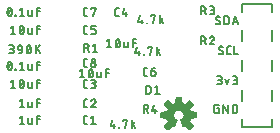
<source format=gto>
G04 EAGLE Gerber RS-274X export*
G75*
%MOMM*%
%FSLAX34Y34*%
%LPD*%
%INSilkscreen Top*%
%IPPOS*%
%AMOC8*
5,1,8,0,0,1.08239X$1,22.5*%
G01*
%ADD10C,0.127000*%
%ADD11C,0.177800*%

G36*
X220140Y6496D02*
X220140Y6496D01*
X220248Y6506D01*
X220261Y6512D01*
X220275Y6514D01*
X220372Y6562D01*
X220471Y6607D01*
X220484Y6618D01*
X220493Y6622D01*
X220508Y6638D01*
X220585Y6700D01*
X223170Y9285D01*
X223233Y9374D01*
X223299Y9459D01*
X223304Y9472D01*
X223312Y9484D01*
X223343Y9587D01*
X223379Y9690D01*
X223379Y9704D01*
X223383Y9717D01*
X223379Y9825D01*
X223380Y9934D01*
X223375Y9947D01*
X223375Y9961D01*
X223337Y10063D01*
X223302Y10165D01*
X223293Y10180D01*
X223289Y10189D01*
X223275Y10206D01*
X223221Y10288D01*
X220457Y13678D01*
X221014Y14760D01*
X221020Y14780D01*
X221062Y14875D01*
X221433Y16034D01*
X225784Y16477D01*
X225888Y16505D01*
X225994Y16530D01*
X226006Y16537D01*
X226019Y16540D01*
X226109Y16601D01*
X226202Y16658D01*
X226210Y16669D01*
X226222Y16677D01*
X226288Y16763D01*
X226357Y16847D01*
X226361Y16860D01*
X226370Y16871D01*
X226404Y16974D01*
X226443Y17075D01*
X226444Y17093D01*
X226448Y17102D01*
X226448Y17124D01*
X226457Y17222D01*
X226457Y20878D01*
X226440Y20985D01*
X226426Y21093D01*
X226420Y21105D01*
X226418Y21119D01*
X226366Y21215D01*
X226319Y21312D01*
X226309Y21322D01*
X226303Y21334D01*
X226223Y21408D01*
X226147Y21485D01*
X226135Y21491D01*
X226125Y21501D01*
X226026Y21546D01*
X225929Y21594D01*
X225911Y21598D01*
X225902Y21602D01*
X225881Y21604D01*
X225784Y21623D01*
X221433Y22066D01*
X221062Y23225D01*
X221053Y23242D01*
X221051Y23250D01*
X221047Y23257D01*
X221014Y23340D01*
X220457Y24422D01*
X223221Y27812D01*
X223275Y27906D01*
X223332Y27998D01*
X223335Y28011D01*
X223342Y28023D01*
X223363Y28130D01*
X223388Y28235D01*
X223386Y28249D01*
X223389Y28263D01*
X223374Y28370D01*
X223364Y28478D01*
X223358Y28491D01*
X223356Y28505D01*
X223308Y28602D01*
X223263Y28701D01*
X223252Y28714D01*
X223248Y28723D01*
X223232Y28738D01*
X223170Y28815D01*
X220585Y31400D01*
X220496Y31463D01*
X220411Y31529D01*
X220398Y31534D01*
X220386Y31542D01*
X220283Y31573D01*
X220180Y31609D01*
X220166Y31609D01*
X220153Y31613D01*
X220045Y31609D01*
X219936Y31610D01*
X219923Y31605D01*
X219909Y31605D01*
X219807Y31567D01*
X219705Y31532D01*
X219690Y31523D01*
X219681Y31519D01*
X219664Y31505D01*
X219582Y31451D01*
X216192Y28687D01*
X215110Y29244D01*
X215090Y29250D01*
X214995Y29292D01*
X213836Y29663D01*
X213393Y34014D01*
X213365Y34118D01*
X213340Y34224D01*
X213333Y34236D01*
X213330Y34249D01*
X213269Y34339D01*
X213212Y34432D01*
X213201Y34440D01*
X213193Y34452D01*
X213107Y34518D01*
X213023Y34587D01*
X213010Y34591D01*
X212999Y34600D01*
X212896Y34634D01*
X212795Y34673D01*
X212777Y34674D01*
X212768Y34678D01*
X212746Y34678D01*
X212648Y34687D01*
X208992Y34687D01*
X208885Y34670D01*
X208777Y34656D01*
X208765Y34650D01*
X208751Y34648D01*
X208655Y34596D01*
X208558Y34549D01*
X208548Y34539D01*
X208536Y34533D01*
X208462Y34453D01*
X208385Y34377D01*
X208379Y34365D01*
X208369Y34355D01*
X208324Y34256D01*
X208276Y34159D01*
X208272Y34141D01*
X208268Y34132D01*
X208266Y34111D01*
X208247Y34014D01*
X207804Y29663D01*
X206645Y29292D01*
X206627Y29282D01*
X206530Y29244D01*
X205448Y28687D01*
X202058Y31451D01*
X201964Y31505D01*
X201872Y31562D01*
X201859Y31565D01*
X201847Y31572D01*
X201740Y31593D01*
X201635Y31618D01*
X201621Y31616D01*
X201607Y31619D01*
X201500Y31604D01*
X201392Y31594D01*
X201379Y31588D01*
X201366Y31586D01*
X201268Y31538D01*
X201169Y31493D01*
X201156Y31482D01*
X201147Y31478D01*
X201132Y31462D01*
X201055Y31400D01*
X198470Y28815D01*
X198407Y28726D01*
X198341Y28641D01*
X198336Y28628D01*
X198328Y28616D01*
X198297Y28513D01*
X198261Y28410D01*
X198261Y28396D01*
X198257Y28383D01*
X198261Y28275D01*
X198260Y28166D01*
X198265Y28153D01*
X198265Y28139D01*
X198303Y28037D01*
X198338Y27935D01*
X198347Y27920D01*
X198351Y27911D01*
X198365Y27894D01*
X198419Y27812D01*
X201183Y24422D01*
X200626Y23340D01*
X200620Y23320D01*
X200578Y23225D01*
X200207Y22066D01*
X195856Y21623D01*
X195752Y21595D01*
X195646Y21570D01*
X195634Y21563D01*
X195621Y21560D01*
X195531Y21499D01*
X195438Y21442D01*
X195430Y21431D01*
X195418Y21423D01*
X195352Y21337D01*
X195284Y21253D01*
X195279Y21240D01*
X195270Y21229D01*
X195236Y21126D01*
X195197Y21025D01*
X195196Y21007D01*
X195192Y20998D01*
X195193Y20976D01*
X195183Y20878D01*
X195183Y17222D01*
X195200Y17115D01*
X195214Y17007D01*
X195220Y16995D01*
X195222Y16981D01*
X195274Y16885D01*
X195321Y16788D01*
X195331Y16778D01*
X195337Y16766D01*
X195417Y16692D01*
X195493Y16615D01*
X195505Y16609D01*
X195516Y16599D01*
X195614Y16554D01*
X195711Y16506D01*
X195729Y16502D01*
X195738Y16498D01*
X195759Y16496D01*
X195856Y16477D01*
X200207Y16034D01*
X200578Y14875D01*
X200588Y14857D01*
X200626Y14760D01*
X201183Y13678D01*
X198419Y10288D01*
X198365Y10194D01*
X198308Y10102D01*
X198305Y10089D01*
X198298Y10077D01*
X198277Y9970D01*
X198252Y9865D01*
X198254Y9851D01*
X198251Y9837D01*
X198266Y9730D01*
X198276Y9622D01*
X198282Y9609D01*
X198284Y9596D01*
X198332Y9498D01*
X198377Y9399D01*
X198388Y9386D01*
X198392Y9377D01*
X198408Y9362D01*
X198470Y9285D01*
X201055Y6700D01*
X201144Y6637D01*
X201229Y6571D01*
X201242Y6566D01*
X201254Y6558D01*
X201357Y6527D01*
X201460Y6491D01*
X201474Y6491D01*
X201487Y6487D01*
X201595Y6491D01*
X201704Y6490D01*
X201717Y6495D01*
X201731Y6495D01*
X201833Y6533D01*
X201935Y6568D01*
X201950Y6577D01*
X201959Y6581D01*
X201976Y6595D01*
X202058Y6649D01*
X205448Y9413D01*
X206530Y8856D01*
X206583Y8839D01*
X206632Y8813D01*
X206698Y8802D01*
X206762Y8781D01*
X206818Y8782D01*
X206872Y8773D01*
X206939Y8784D01*
X207006Y8785D01*
X207058Y8803D01*
X207113Y8812D01*
X207173Y8844D01*
X207236Y8867D01*
X207279Y8901D01*
X207329Y8927D01*
X207375Y8976D01*
X207427Y9018D01*
X207458Y9065D01*
X207496Y9105D01*
X207552Y9210D01*
X207560Y9223D01*
X207561Y9228D01*
X207565Y9235D01*
X209718Y14432D01*
X209738Y14516D01*
X209743Y14528D01*
X209745Y14544D01*
X209770Y14630D01*
X209769Y14650D01*
X209774Y14670D01*
X209766Y14752D01*
X209767Y14771D01*
X209763Y14791D01*
X209759Y14874D01*
X209752Y14893D01*
X209750Y14913D01*
X209718Y14982D01*
X209712Y15009D01*
X209697Y15033D01*
X209670Y15102D01*
X209657Y15117D01*
X209649Y15135D01*
X209604Y15184D01*
X209584Y15216D01*
X209552Y15242D01*
X209513Y15288D01*
X209492Y15303D01*
X209482Y15313D01*
X209461Y15325D01*
X209398Y15369D01*
X209395Y15371D01*
X209394Y15371D01*
X209392Y15373D01*
X208508Y15868D01*
X207829Y16495D01*
X207315Y17264D01*
X206995Y18132D01*
X206887Y19049D01*
X207000Y19984D01*
X207331Y20865D01*
X207863Y21642D01*
X208564Y22271D01*
X209394Y22714D01*
X210306Y22948D01*
X211248Y22958D01*
X212164Y22744D01*
X213004Y22319D01*
X213718Y21706D01*
X214267Y20941D01*
X214618Y20067D01*
X214751Y19135D01*
X214659Y18198D01*
X214347Y17310D01*
X213832Y16522D01*
X213145Y15878D01*
X212246Y15372D01*
X212206Y15339D01*
X212164Y15317D01*
X212133Y15284D01*
X212085Y15249D01*
X212072Y15232D01*
X212056Y15219D01*
X212021Y15165D01*
X211997Y15139D01*
X211984Y15108D01*
X211942Y15051D01*
X211936Y15031D01*
X211925Y15013D01*
X211907Y14940D01*
X211897Y14917D01*
X211894Y14893D01*
X211871Y14818D01*
X211872Y14797D01*
X211867Y14776D01*
X211874Y14692D01*
X211873Y14674D01*
X211876Y14658D01*
X211879Y14574D01*
X211887Y14548D01*
X211888Y14533D01*
X211898Y14511D01*
X211922Y14432D01*
X212230Y13687D01*
X212231Y13687D01*
X212541Y12938D01*
X212851Y12189D01*
X212851Y12188D01*
X213162Y11440D01*
X213162Y11439D01*
X213472Y10690D01*
X213782Y9941D01*
X213783Y9941D01*
X214075Y9235D01*
X214104Y9188D01*
X214125Y9136D01*
X214168Y9085D01*
X214204Y9028D01*
X214247Y8993D01*
X214283Y8950D01*
X214340Y8916D01*
X214392Y8873D01*
X214444Y8854D01*
X214492Y8825D01*
X214558Y8811D01*
X214621Y8787D01*
X214676Y8785D01*
X214730Y8774D01*
X214797Y8781D01*
X214864Y8779D01*
X214918Y8795D01*
X214973Y8802D01*
X215084Y8846D01*
X215098Y8850D01*
X215102Y8853D01*
X215110Y8856D01*
X216192Y9413D01*
X219582Y6649D01*
X219676Y6595D01*
X219768Y6538D01*
X219781Y6535D01*
X219793Y6528D01*
X219900Y6507D01*
X220005Y6482D01*
X220019Y6484D01*
X220033Y6481D01*
X220140Y6496D01*
G37*
D10*
X243332Y24765D02*
X244475Y24765D01*
X244475Y20955D01*
X242189Y20955D01*
X242112Y20957D01*
X242035Y20963D01*
X241958Y20973D01*
X241882Y20986D01*
X241807Y21004D01*
X241733Y21025D01*
X241660Y21050D01*
X241588Y21079D01*
X241518Y21111D01*
X241449Y21146D01*
X241383Y21186D01*
X241318Y21228D01*
X241256Y21274D01*
X241196Y21323D01*
X241139Y21374D01*
X241084Y21429D01*
X241033Y21486D01*
X240984Y21546D01*
X240938Y21608D01*
X240896Y21673D01*
X240856Y21739D01*
X240821Y21808D01*
X240789Y21878D01*
X240760Y21950D01*
X240735Y22023D01*
X240714Y22097D01*
X240696Y22172D01*
X240683Y22248D01*
X240673Y22325D01*
X240667Y22402D01*
X240665Y22479D01*
X240665Y26289D01*
X240667Y26366D01*
X240673Y26443D01*
X240683Y26520D01*
X240696Y26596D01*
X240714Y26671D01*
X240735Y26745D01*
X240760Y26818D01*
X240789Y26890D01*
X240821Y26960D01*
X240856Y27029D01*
X240896Y27095D01*
X240938Y27160D01*
X240984Y27222D01*
X241033Y27282D01*
X241084Y27339D01*
X241139Y27394D01*
X241196Y27445D01*
X241256Y27494D01*
X241318Y27540D01*
X241383Y27582D01*
X241449Y27622D01*
X241518Y27657D01*
X241588Y27689D01*
X241660Y27718D01*
X241733Y27743D01*
X241807Y27764D01*
X241882Y27782D01*
X241958Y27795D01*
X242035Y27805D01*
X242112Y27811D01*
X242189Y27813D01*
X244475Y27813D01*
X248468Y27813D02*
X248468Y20955D01*
X252278Y20955D02*
X248468Y27813D01*
X252278Y27813D02*
X252278Y20955D01*
X256271Y20955D02*
X256271Y27813D01*
X258176Y27813D01*
X258261Y27811D01*
X258347Y27805D01*
X258432Y27796D01*
X258516Y27782D01*
X258600Y27765D01*
X258683Y27744D01*
X258765Y27720D01*
X258845Y27692D01*
X258925Y27660D01*
X259003Y27624D01*
X259079Y27586D01*
X259153Y27543D01*
X259225Y27498D01*
X259296Y27449D01*
X259364Y27397D01*
X259429Y27343D01*
X259492Y27285D01*
X259553Y27224D01*
X259611Y27161D01*
X259665Y27096D01*
X259717Y27028D01*
X259766Y26957D01*
X259811Y26885D01*
X259854Y26811D01*
X259892Y26735D01*
X259928Y26657D01*
X259960Y26577D01*
X259988Y26497D01*
X260012Y26415D01*
X260033Y26332D01*
X260050Y26248D01*
X260064Y26164D01*
X260073Y26079D01*
X260079Y25993D01*
X260081Y25908D01*
X260081Y22860D01*
X260079Y22775D01*
X260073Y22689D01*
X260064Y22604D01*
X260050Y22520D01*
X260033Y22436D01*
X260012Y22353D01*
X259988Y22271D01*
X259960Y22191D01*
X259928Y22111D01*
X259892Y22033D01*
X259854Y21957D01*
X259811Y21883D01*
X259766Y21811D01*
X259717Y21740D01*
X259665Y21672D01*
X259611Y21607D01*
X259553Y21544D01*
X259492Y21483D01*
X259429Y21425D01*
X259364Y21371D01*
X259296Y21319D01*
X259225Y21270D01*
X259153Y21225D01*
X259079Y21182D01*
X259003Y21144D01*
X258925Y21108D01*
X258845Y21076D01*
X258765Y21048D01*
X258683Y21024D01*
X258600Y21003D01*
X258516Y20986D01*
X258432Y20972D01*
X258347Y20963D01*
X258261Y20957D01*
X258176Y20955D01*
X256271Y20955D01*
X245110Y45085D02*
X243205Y45085D01*
X245110Y45085D02*
X245195Y45087D01*
X245281Y45093D01*
X245366Y45102D01*
X245450Y45116D01*
X245534Y45133D01*
X245617Y45154D01*
X245699Y45178D01*
X245779Y45206D01*
X245859Y45238D01*
X245937Y45274D01*
X246013Y45312D01*
X246087Y45355D01*
X246159Y45400D01*
X246230Y45449D01*
X246298Y45501D01*
X246363Y45555D01*
X246426Y45613D01*
X246487Y45674D01*
X246545Y45737D01*
X246599Y45802D01*
X246651Y45870D01*
X246700Y45941D01*
X246745Y46013D01*
X246788Y46087D01*
X246826Y46163D01*
X246862Y46241D01*
X246894Y46321D01*
X246922Y46401D01*
X246946Y46483D01*
X246967Y46566D01*
X246984Y46650D01*
X246998Y46734D01*
X247007Y46819D01*
X247013Y46905D01*
X247015Y46990D01*
X247013Y47075D01*
X247007Y47161D01*
X246998Y47246D01*
X246984Y47330D01*
X246967Y47414D01*
X246946Y47497D01*
X246922Y47579D01*
X246894Y47659D01*
X246862Y47739D01*
X246826Y47817D01*
X246788Y47893D01*
X246745Y47967D01*
X246700Y48039D01*
X246651Y48110D01*
X246599Y48178D01*
X246545Y48243D01*
X246487Y48306D01*
X246426Y48367D01*
X246363Y48425D01*
X246298Y48479D01*
X246230Y48531D01*
X246159Y48580D01*
X246087Y48625D01*
X246013Y48668D01*
X245937Y48706D01*
X245859Y48742D01*
X245779Y48774D01*
X245699Y48802D01*
X245617Y48826D01*
X245534Y48847D01*
X245450Y48864D01*
X245366Y48878D01*
X245281Y48887D01*
X245195Y48893D01*
X245110Y48895D01*
X245491Y51943D02*
X243205Y51943D01*
X245491Y51943D02*
X245568Y51941D01*
X245645Y51935D01*
X245722Y51925D01*
X245798Y51912D01*
X245873Y51894D01*
X245947Y51873D01*
X246020Y51848D01*
X246092Y51819D01*
X246162Y51787D01*
X246231Y51752D01*
X246297Y51712D01*
X246362Y51670D01*
X246424Y51624D01*
X246484Y51575D01*
X246541Y51524D01*
X246596Y51469D01*
X246647Y51412D01*
X246696Y51352D01*
X246742Y51290D01*
X246784Y51225D01*
X246824Y51159D01*
X246859Y51090D01*
X246891Y51020D01*
X246920Y50948D01*
X246945Y50875D01*
X246966Y50801D01*
X246984Y50726D01*
X246997Y50650D01*
X247007Y50573D01*
X247013Y50496D01*
X247015Y50419D01*
X247013Y50342D01*
X247007Y50265D01*
X246997Y50188D01*
X246984Y50112D01*
X246966Y50037D01*
X246945Y49963D01*
X246920Y49890D01*
X246891Y49818D01*
X246859Y49748D01*
X246824Y49679D01*
X246784Y49613D01*
X246742Y49548D01*
X246696Y49486D01*
X246647Y49426D01*
X246596Y49369D01*
X246541Y49314D01*
X246484Y49263D01*
X246424Y49214D01*
X246362Y49168D01*
X246297Y49126D01*
X246231Y49086D01*
X246162Y49051D01*
X246092Y49019D01*
X246020Y48990D01*
X245947Y48965D01*
X245873Y48944D01*
X245798Y48926D01*
X245722Y48913D01*
X245645Y48903D01*
X245568Y48897D01*
X245491Y48895D01*
X243967Y48895D01*
X250170Y49657D02*
X251694Y45085D01*
X253218Y49657D01*
X256372Y45085D02*
X258277Y45085D01*
X258362Y45087D01*
X258448Y45093D01*
X258533Y45102D01*
X258617Y45116D01*
X258701Y45133D01*
X258784Y45154D01*
X258866Y45178D01*
X258946Y45206D01*
X259026Y45238D01*
X259104Y45274D01*
X259180Y45312D01*
X259254Y45355D01*
X259326Y45400D01*
X259397Y45449D01*
X259465Y45501D01*
X259530Y45555D01*
X259593Y45613D01*
X259654Y45674D01*
X259712Y45737D01*
X259766Y45802D01*
X259818Y45870D01*
X259867Y45941D01*
X259912Y46013D01*
X259955Y46087D01*
X259993Y46163D01*
X260029Y46241D01*
X260061Y46321D01*
X260089Y46401D01*
X260113Y46483D01*
X260134Y46566D01*
X260151Y46650D01*
X260165Y46734D01*
X260174Y46819D01*
X260180Y46905D01*
X260182Y46990D01*
X260180Y47075D01*
X260174Y47161D01*
X260165Y47246D01*
X260151Y47330D01*
X260134Y47414D01*
X260113Y47497D01*
X260089Y47579D01*
X260061Y47659D01*
X260029Y47739D01*
X259993Y47817D01*
X259955Y47893D01*
X259912Y47967D01*
X259867Y48039D01*
X259818Y48110D01*
X259766Y48178D01*
X259712Y48243D01*
X259654Y48306D01*
X259593Y48367D01*
X259530Y48425D01*
X259465Y48479D01*
X259397Y48531D01*
X259326Y48580D01*
X259254Y48625D01*
X259180Y48668D01*
X259104Y48706D01*
X259026Y48742D01*
X258946Y48774D01*
X258866Y48802D01*
X258784Y48826D01*
X258701Y48847D01*
X258617Y48864D01*
X258533Y48878D01*
X258448Y48887D01*
X258362Y48893D01*
X258277Y48895D01*
X258658Y51943D02*
X256372Y51943D01*
X258658Y51943D02*
X258735Y51941D01*
X258812Y51935D01*
X258889Y51925D01*
X258965Y51912D01*
X259040Y51894D01*
X259114Y51873D01*
X259187Y51848D01*
X259259Y51819D01*
X259329Y51787D01*
X259398Y51752D01*
X259464Y51712D01*
X259529Y51670D01*
X259591Y51624D01*
X259651Y51575D01*
X259708Y51524D01*
X259763Y51469D01*
X259814Y51412D01*
X259863Y51352D01*
X259909Y51290D01*
X259951Y51225D01*
X259991Y51159D01*
X260026Y51090D01*
X260058Y51020D01*
X260087Y50948D01*
X260112Y50875D01*
X260133Y50801D01*
X260151Y50726D01*
X260164Y50650D01*
X260174Y50573D01*
X260180Y50496D01*
X260182Y50419D01*
X260180Y50342D01*
X260174Y50265D01*
X260164Y50188D01*
X260151Y50112D01*
X260133Y50037D01*
X260112Y49963D01*
X260087Y49890D01*
X260058Y49818D01*
X260026Y49748D01*
X259991Y49679D01*
X259951Y49613D01*
X259909Y49548D01*
X259863Y49486D01*
X259814Y49426D01*
X259763Y49369D01*
X259708Y49314D01*
X259651Y49263D01*
X259591Y49214D01*
X259529Y49168D01*
X259464Y49126D01*
X259398Y49086D01*
X259329Y49051D01*
X259259Y49019D01*
X259187Y48990D01*
X259114Y48965D01*
X259040Y48944D01*
X258965Y48926D01*
X258889Y48913D01*
X258812Y48903D01*
X258735Y48897D01*
X258658Y48895D01*
X257134Y48895D01*
X246761Y70485D02*
X246838Y70487D01*
X246915Y70493D01*
X246992Y70503D01*
X247068Y70516D01*
X247143Y70534D01*
X247217Y70555D01*
X247290Y70580D01*
X247362Y70609D01*
X247432Y70641D01*
X247501Y70676D01*
X247567Y70716D01*
X247632Y70758D01*
X247694Y70804D01*
X247754Y70853D01*
X247811Y70904D01*
X247866Y70959D01*
X247917Y71016D01*
X247966Y71076D01*
X248012Y71138D01*
X248054Y71203D01*
X248094Y71269D01*
X248129Y71338D01*
X248161Y71408D01*
X248190Y71480D01*
X248215Y71553D01*
X248236Y71627D01*
X248254Y71702D01*
X248267Y71778D01*
X248277Y71855D01*
X248283Y71932D01*
X248285Y72009D01*
X246761Y70485D02*
X246651Y70487D01*
X246540Y70493D01*
X246430Y70502D01*
X246320Y70515D01*
X246211Y70532D01*
X246103Y70553D01*
X245995Y70577D01*
X245888Y70606D01*
X245782Y70637D01*
X245678Y70673D01*
X245574Y70712D01*
X245472Y70754D01*
X245372Y70800D01*
X245273Y70850D01*
X245176Y70902D01*
X245080Y70959D01*
X244987Y71018D01*
X244896Y71080D01*
X244807Y71146D01*
X244720Y71214D01*
X244636Y71286D01*
X244554Y71360D01*
X244475Y71437D01*
X244666Y75819D02*
X244668Y75896D01*
X244674Y75973D01*
X244684Y76050D01*
X244697Y76126D01*
X244715Y76201D01*
X244736Y76275D01*
X244761Y76348D01*
X244790Y76420D01*
X244822Y76490D01*
X244857Y76559D01*
X244897Y76625D01*
X244939Y76690D01*
X244985Y76752D01*
X245034Y76812D01*
X245085Y76869D01*
X245140Y76924D01*
X245197Y76975D01*
X245257Y77024D01*
X245319Y77070D01*
X245384Y77112D01*
X245450Y77152D01*
X245519Y77187D01*
X245589Y77219D01*
X245661Y77248D01*
X245734Y77273D01*
X245808Y77294D01*
X245883Y77312D01*
X245959Y77325D01*
X246036Y77335D01*
X246113Y77341D01*
X246190Y77343D01*
X246190Y77344D02*
X246292Y77342D01*
X246394Y77337D01*
X246496Y77328D01*
X246597Y77315D01*
X246698Y77298D01*
X246798Y77279D01*
X246898Y77255D01*
X246996Y77228D01*
X247094Y77197D01*
X247190Y77163D01*
X247285Y77126D01*
X247379Y77085D01*
X247471Y77041D01*
X247561Y76993D01*
X247650Y76943D01*
X247737Y76889D01*
X247822Y76832D01*
X247905Y76772D01*
X245427Y74485D02*
X245362Y74526D01*
X245299Y74569D01*
X245239Y74616D01*
X245180Y74666D01*
X245125Y74718D01*
X245072Y74773D01*
X245021Y74831D01*
X244974Y74891D01*
X244930Y74954D01*
X244888Y75018D01*
X244850Y75084D01*
X244816Y75153D01*
X244785Y75223D01*
X244757Y75294D01*
X244733Y75366D01*
X244712Y75440D01*
X244695Y75515D01*
X244682Y75590D01*
X244673Y75666D01*
X244667Y75742D01*
X244665Y75819D01*
X247523Y73343D02*
X247588Y73302D01*
X247651Y73259D01*
X247711Y73212D01*
X247770Y73162D01*
X247825Y73110D01*
X247878Y73055D01*
X247929Y72997D01*
X247976Y72937D01*
X248020Y72874D01*
X248062Y72810D01*
X248100Y72744D01*
X248134Y72675D01*
X248165Y72605D01*
X248193Y72534D01*
X248217Y72462D01*
X248238Y72388D01*
X248255Y72313D01*
X248268Y72238D01*
X248277Y72162D01*
X248283Y72086D01*
X248285Y72009D01*
X247523Y73343D02*
X245428Y74486D01*
X253039Y70485D02*
X254563Y70485D01*
X253039Y70485D02*
X252962Y70487D01*
X252885Y70493D01*
X252808Y70503D01*
X252732Y70516D01*
X252657Y70534D01*
X252583Y70555D01*
X252510Y70580D01*
X252438Y70609D01*
X252368Y70641D01*
X252299Y70676D01*
X252233Y70716D01*
X252168Y70758D01*
X252106Y70804D01*
X252046Y70853D01*
X251989Y70904D01*
X251934Y70959D01*
X251883Y71016D01*
X251834Y71076D01*
X251788Y71138D01*
X251746Y71203D01*
X251706Y71269D01*
X251671Y71338D01*
X251639Y71408D01*
X251610Y71480D01*
X251585Y71553D01*
X251564Y71627D01*
X251546Y71702D01*
X251533Y71778D01*
X251523Y71855D01*
X251517Y71932D01*
X251515Y72009D01*
X251515Y75819D01*
X251517Y75896D01*
X251523Y75973D01*
X251533Y76050D01*
X251546Y76126D01*
X251564Y76201D01*
X251585Y76275D01*
X251610Y76348D01*
X251639Y76420D01*
X251671Y76490D01*
X251706Y76559D01*
X251746Y76625D01*
X251788Y76690D01*
X251834Y76752D01*
X251883Y76812D01*
X251934Y76869D01*
X251989Y76924D01*
X252046Y76975D01*
X252106Y77024D01*
X252168Y77070D01*
X252233Y77112D01*
X252299Y77152D01*
X252368Y77187D01*
X252438Y77219D01*
X252510Y77248D01*
X252583Y77273D01*
X252657Y77294D01*
X252732Y77312D01*
X252808Y77325D01*
X252885Y77335D01*
X252962Y77341D01*
X253039Y77343D01*
X254563Y77343D01*
X257907Y77343D02*
X257907Y70485D01*
X260955Y70485D01*
X244221Y95885D02*
X244298Y95887D01*
X244375Y95893D01*
X244452Y95903D01*
X244528Y95916D01*
X244603Y95934D01*
X244677Y95955D01*
X244750Y95980D01*
X244822Y96009D01*
X244892Y96041D01*
X244961Y96076D01*
X245027Y96116D01*
X245092Y96158D01*
X245154Y96204D01*
X245214Y96253D01*
X245271Y96304D01*
X245326Y96359D01*
X245377Y96416D01*
X245426Y96476D01*
X245472Y96538D01*
X245514Y96603D01*
X245554Y96669D01*
X245589Y96738D01*
X245621Y96808D01*
X245650Y96880D01*
X245675Y96953D01*
X245696Y97027D01*
X245714Y97102D01*
X245727Y97178D01*
X245737Y97255D01*
X245743Y97332D01*
X245745Y97409D01*
X244221Y95885D02*
X244111Y95887D01*
X244000Y95893D01*
X243890Y95902D01*
X243780Y95915D01*
X243671Y95932D01*
X243563Y95953D01*
X243455Y95977D01*
X243348Y96006D01*
X243242Y96037D01*
X243138Y96073D01*
X243034Y96112D01*
X242932Y96154D01*
X242832Y96200D01*
X242733Y96250D01*
X242636Y96302D01*
X242540Y96359D01*
X242447Y96418D01*
X242356Y96480D01*
X242267Y96546D01*
X242180Y96614D01*
X242096Y96686D01*
X242014Y96760D01*
X241935Y96837D01*
X242126Y101219D02*
X242128Y101296D01*
X242134Y101373D01*
X242144Y101450D01*
X242157Y101526D01*
X242175Y101601D01*
X242196Y101675D01*
X242221Y101748D01*
X242250Y101820D01*
X242282Y101890D01*
X242317Y101959D01*
X242357Y102025D01*
X242399Y102090D01*
X242445Y102152D01*
X242494Y102212D01*
X242545Y102269D01*
X242600Y102324D01*
X242657Y102375D01*
X242717Y102424D01*
X242779Y102470D01*
X242844Y102512D01*
X242910Y102552D01*
X242979Y102587D01*
X243049Y102619D01*
X243121Y102648D01*
X243194Y102673D01*
X243268Y102694D01*
X243343Y102712D01*
X243419Y102725D01*
X243496Y102735D01*
X243573Y102741D01*
X243650Y102743D01*
X243650Y102744D02*
X243752Y102742D01*
X243854Y102737D01*
X243956Y102728D01*
X244057Y102715D01*
X244158Y102698D01*
X244258Y102679D01*
X244358Y102655D01*
X244456Y102628D01*
X244554Y102597D01*
X244650Y102563D01*
X244745Y102526D01*
X244839Y102485D01*
X244931Y102441D01*
X245021Y102393D01*
X245110Y102343D01*
X245197Y102289D01*
X245282Y102232D01*
X245365Y102172D01*
X242887Y99885D02*
X242822Y99926D01*
X242759Y99969D01*
X242699Y100016D01*
X242640Y100066D01*
X242585Y100118D01*
X242532Y100173D01*
X242481Y100231D01*
X242434Y100291D01*
X242390Y100354D01*
X242348Y100418D01*
X242310Y100484D01*
X242276Y100553D01*
X242245Y100623D01*
X242217Y100694D01*
X242193Y100766D01*
X242172Y100840D01*
X242155Y100915D01*
X242142Y100990D01*
X242133Y101066D01*
X242127Y101142D01*
X242125Y101219D01*
X244983Y98743D02*
X245048Y98702D01*
X245111Y98659D01*
X245171Y98612D01*
X245230Y98562D01*
X245285Y98510D01*
X245338Y98455D01*
X245389Y98397D01*
X245436Y98337D01*
X245480Y98274D01*
X245522Y98210D01*
X245560Y98144D01*
X245594Y98075D01*
X245625Y98005D01*
X245653Y97934D01*
X245677Y97862D01*
X245698Y97788D01*
X245715Y97713D01*
X245728Y97638D01*
X245737Y97562D01*
X245743Y97486D01*
X245745Y97409D01*
X244983Y98743D02*
X242888Y99886D01*
X249250Y102743D02*
X249250Y95885D01*
X249250Y102743D02*
X251155Y102743D01*
X251240Y102741D01*
X251326Y102735D01*
X251411Y102726D01*
X251495Y102712D01*
X251579Y102695D01*
X251662Y102674D01*
X251744Y102650D01*
X251824Y102622D01*
X251904Y102590D01*
X251982Y102554D01*
X252058Y102516D01*
X252132Y102473D01*
X252204Y102428D01*
X252275Y102379D01*
X252343Y102327D01*
X252408Y102273D01*
X252471Y102215D01*
X252532Y102154D01*
X252590Y102091D01*
X252644Y102026D01*
X252696Y101958D01*
X252745Y101887D01*
X252790Y101815D01*
X252833Y101741D01*
X252871Y101665D01*
X252907Y101587D01*
X252939Y101507D01*
X252967Y101427D01*
X252991Y101345D01*
X253012Y101262D01*
X253029Y101178D01*
X253043Y101094D01*
X253052Y101009D01*
X253058Y100923D01*
X253060Y100838D01*
X253060Y97790D01*
X253058Y97705D01*
X253052Y97619D01*
X253043Y97534D01*
X253029Y97450D01*
X253012Y97366D01*
X252991Y97283D01*
X252967Y97201D01*
X252939Y97121D01*
X252907Y97041D01*
X252871Y96963D01*
X252833Y96887D01*
X252790Y96813D01*
X252745Y96741D01*
X252696Y96670D01*
X252644Y96602D01*
X252590Y96537D01*
X252532Y96474D01*
X252471Y96413D01*
X252408Y96355D01*
X252343Y96301D01*
X252275Y96249D01*
X252204Y96200D01*
X252132Y96155D01*
X252058Y96112D01*
X251982Y96074D01*
X251904Y96038D01*
X251824Y96006D01*
X251744Y95978D01*
X251662Y95954D01*
X251579Y95933D01*
X251495Y95916D01*
X251411Y95902D01*
X251326Y95893D01*
X251240Y95887D01*
X251155Y95885D01*
X249250Y95885D01*
X256428Y95885D02*
X258714Y102743D01*
X261000Y95885D01*
X260429Y97600D02*
X257000Y97600D01*
X133446Y11557D02*
X131922Y11557D01*
X131845Y11559D01*
X131768Y11565D01*
X131691Y11575D01*
X131615Y11588D01*
X131540Y11606D01*
X131466Y11627D01*
X131393Y11652D01*
X131321Y11681D01*
X131251Y11713D01*
X131182Y11748D01*
X131116Y11788D01*
X131051Y11830D01*
X130989Y11876D01*
X130929Y11925D01*
X130872Y11976D01*
X130817Y12031D01*
X130766Y12088D01*
X130717Y12148D01*
X130671Y12210D01*
X130629Y12275D01*
X130589Y12341D01*
X130554Y12410D01*
X130522Y12480D01*
X130493Y12552D01*
X130468Y12625D01*
X130447Y12699D01*
X130429Y12774D01*
X130416Y12850D01*
X130406Y12927D01*
X130400Y13004D01*
X130398Y13081D01*
X130398Y16891D01*
X130400Y16968D01*
X130406Y17045D01*
X130416Y17122D01*
X130429Y17198D01*
X130447Y17273D01*
X130468Y17347D01*
X130493Y17420D01*
X130522Y17492D01*
X130554Y17562D01*
X130589Y17631D01*
X130629Y17697D01*
X130671Y17762D01*
X130717Y17824D01*
X130766Y17884D01*
X130817Y17941D01*
X130872Y17996D01*
X130929Y18047D01*
X130989Y18096D01*
X131051Y18142D01*
X131116Y18184D01*
X131182Y18224D01*
X131251Y18259D01*
X131321Y18291D01*
X131393Y18320D01*
X131466Y18345D01*
X131540Y18366D01*
X131615Y18384D01*
X131691Y18397D01*
X131768Y18407D01*
X131845Y18413D01*
X131922Y18415D01*
X133446Y18415D01*
X136525Y16891D02*
X138430Y18415D01*
X138430Y11557D01*
X136525Y11557D02*
X140335Y11557D01*
X77794Y18415D02*
X75889Y16891D01*
X77794Y18415D02*
X77794Y11557D01*
X75889Y11557D02*
X79699Y11557D01*
X83342Y12700D02*
X83342Y16129D01*
X83342Y12700D02*
X83344Y12634D01*
X83350Y12567D01*
X83359Y12502D01*
X83373Y12436D01*
X83390Y12372D01*
X83411Y12309D01*
X83435Y12247D01*
X83464Y12187D01*
X83495Y12129D01*
X83530Y12072D01*
X83568Y12017D01*
X83609Y11965D01*
X83654Y11916D01*
X83701Y11869D01*
X83750Y11824D01*
X83802Y11783D01*
X83857Y11745D01*
X83914Y11710D01*
X83972Y11679D01*
X84032Y11650D01*
X84094Y11626D01*
X84157Y11605D01*
X84221Y11588D01*
X84287Y11574D01*
X84352Y11565D01*
X84419Y11559D01*
X84485Y11557D01*
X86390Y11557D01*
X86390Y16129D01*
X90297Y18415D02*
X90297Y11557D01*
X90297Y18415D02*
X93345Y18415D01*
X93345Y15367D02*
X90297Y15367D01*
X131922Y25527D02*
X133446Y25527D01*
X131922Y25527D02*
X131845Y25529D01*
X131768Y25535D01*
X131691Y25545D01*
X131615Y25558D01*
X131540Y25576D01*
X131466Y25597D01*
X131393Y25622D01*
X131321Y25651D01*
X131251Y25683D01*
X131182Y25718D01*
X131116Y25758D01*
X131051Y25800D01*
X130989Y25846D01*
X130929Y25895D01*
X130872Y25946D01*
X130817Y26001D01*
X130766Y26058D01*
X130717Y26118D01*
X130671Y26180D01*
X130629Y26245D01*
X130589Y26311D01*
X130554Y26380D01*
X130522Y26450D01*
X130493Y26522D01*
X130468Y26595D01*
X130447Y26669D01*
X130429Y26744D01*
X130416Y26820D01*
X130406Y26897D01*
X130400Y26974D01*
X130398Y27051D01*
X130398Y30861D01*
X130400Y30938D01*
X130406Y31015D01*
X130416Y31092D01*
X130429Y31168D01*
X130447Y31243D01*
X130468Y31317D01*
X130493Y31390D01*
X130522Y31462D01*
X130554Y31532D01*
X130589Y31601D01*
X130629Y31667D01*
X130671Y31732D01*
X130717Y31794D01*
X130766Y31854D01*
X130817Y31911D01*
X130872Y31966D01*
X130929Y32017D01*
X130989Y32066D01*
X131051Y32112D01*
X131116Y32154D01*
X131182Y32194D01*
X131251Y32229D01*
X131321Y32261D01*
X131393Y32290D01*
X131466Y32315D01*
X131540Y32336D01*
X131615Y32354D01*
X131691Y32367D01*
X131768Y32377D01*
X131845Y32383D01*
X131922Y32385D01*
X133446Y32385D01*
X138621Y32386D02*
X138703Y32384D01*
X138784Y32378D01*
X138865Y32369D01*
X138946Y32355D01*
X139025Y32338D01*
X139104Y32317D01*
X139182Y32292D01*
X139258Y32263D01*
X139333Y32231D01*
X139407Y32195D01*
X139479Y32156D01*
X139548Y32114D01*
X139616Y32068D01*
X139681Y32019D01*
X139744Y31967D01*
X139804Y31912D01*
X139862Y31854D01*
X139917Y31794D01*
X139969Y31731D01*
X140018Y31666D01*
X140064Y31598D01*
X140106Y31529D01*
X140145Y31457D01*
X140181Y31383D01*
X140213Y31308D01*
X140242Y31232D01*
X140267Y31154D01*
X140288Y31075D01*
X140305Y30996D01*
X140319Y30915D01*
X140328Y30834D01*
X140334Y30753D01*
X140336Y30671D01*
X138621Y32385D02*
X138529Y32383D01*
X138437Y32377D01*
X138345Y32368D01*
X138253Y32354D01*
X138163Y32337D01*
X138073Y32316D01*
X137984Y32291D01*
X137896Y32262D01*
X137809Y32230D01*
X137724Y32194D01*
X137641Y32155D01*
X137559Y32112D01*
X137479Y32066D01*
X137401Y32016D01*
X137325Y31964D01*
X137252Y31908D01*
X137181Y31849D01*
X137112Y31787D01*
X137046Y31722D01*
X136983Y31655D01*
X136923Y31585D01*
X136865Y31513D01*
X136811Y31438D01*
X136760Y31361D01*
X136712Y31282D01*
X136668Y31201D01*
X136627Y31118D01*
X136589Y31034D01*
X136555Y30948D01*
X136525Y30861D01*
X139764Y29337D02*
X139823Y29396D01*
X139879Y29457D01*
X139932Y29520D01*
X139983Y29586D01*
X140030Y29654D01*
X140074Y29724D01*
X140115Y29796D01*
X140153Y29870D01*
X140187Y29945D01*
X140218Y30022D01*
X140245Y30100D01*
X140269Y30180D01*
X140290Y30260D01*
X140306Y30341D01*
X140319Y30423D01*
X140329Y30505D01*
X140334Y30588D01*
X140336Y30671D01*
X139764Y29337D02*
X136525Y25527D01*
X140335Y25527D01*
X77794Y32385D02*
X75889Y30861D01*
X77794Y32385D02*
X77794Y25527D01*
X75889Y25527D02*
X79699Y25527D01*
X83342Y26670D02*
X83342Y30099D01*
X83342Y26670D02*
X83344Y26604D01*
X83350Y26537D01*
X83359Y26472D01*
X83373Y26406D01*
X83390Y26342D01*
X83411Y26279D01*
X83435Y26217D01*
X83464Y26157D01*
X83495Y26099D01*
X83530Y26042D01*
X83568Y25987D01*
X83609Y25935D01*
X83654Y25886D01*
X83701Y25839D01*
X83750Y25794D01*
X83802Y25753D01*
X83857Y25715D01*
X83914Y25680D01*
X83972Y25649D01*
X84032Y25620D01*
X84094Y25596D01*
X84157Y25575D01*
X84221Y25558D01*
X84287Y25544D01*
X84352Y25535D01*
X84419Y25529D01*
X84485Y25527D01*
X86390Y25527D01*
X86390Y30099D01*
X90297Y32385D02*
X90297Y25527D01*
X90297Y32385D02*
X93345Y32385D01*
X93345Y29337D02*
X90297Y29337D01*
X131922Y42037D02*
X133446Y42037D01*
X131922Y42037D02*
X131845Y42039D01*
X131768Y42045D01*
X131691Y42055D01*
X131615Y42068D01*
X131540Y42086D01*
X131466Y42107D01*
X131393Y42132D01*
X131321Y42161D01*
X131251Y42193D01*
X131182Y42228D01*
X131116Y42268D01*
X131051Y42310D01*
X130989Y42356D01*
X130929Y42405D01*
X130872Y42456D01*
X130817Y42511D01*
X130766Y42568D01*
X130717Y42628D01*
X130671Y42690D01*
X130629Y42755D01*
X130589Y42821D01*
X130554Y42890D01*
X130522Y42960D01*
X130493Y43032D01*
X130468Y43105D01*
X130447Y43179D01*
X130429Y43254D01*
X130416Y43330D01*
X130406Y43407D01*
X130400Y43484D01*
X130398Y43561D01*
X130398Y47371D01*
X130400Y47448D01*
X130406Y47525D01*
X130416Y47602D01*
X130429Y47678D01*
X130447Y47753D01*
X130468Y47827D01*
X130493Y47900D01*
X130522Y47972D01*
X130554Y48042D01*
X130589Y48111D01*
X130629Y48177D01*
X130671Y48242D01*
X130717Y48304D01*
X130766Y48364D01*
X130817Y48421D01*
X130872Y48476D01*
X130929Y48527D01*
X130989Y48576D01*
X131051Y48622D01*
X131116Y48664D01*
X131182Y48704D01*
X131251Y48739D01*
X131321Y48771D01*
X131393Y48800D01*
X131466Y48825D01*
X131540Y48846D01*
X131615Y48864D01*
X131691Y48877D01*
X131768Y48887D01*
X131845Y48893D01*
X131922Y48895D01*
X133446Y48895D01*
X136525Y42037D02*
X138430Y42037D01*
X138515Y42039D01*
X138601Y42045D01*
X138686Y42054D01*
X138770Y42068D01*
X138854Y42085D01*
X138937Y42106D01*
X139019Y42130D01*
X139099Y42158D01*
X139179Y42190D01*
X139257Y42226D01*
X139333Y42264D01*
X139407Y42307D01*
X139479Y42352D01*
X139550Y42401D01*
X139618Y42453D01*
X139683Y42507D01*
X139746Y42565D01*
X139807Y42626D01*
X139865Y42689D01*
X139919Y42754D01*
X139971Y42822D01*
X140020Y42893D01*
X140065Y42965D01*
X140108Y43039D01*
X140146Y43115D01*
X140182Y43193D01*
X140214Y43273D01*
X140242Y43353D01*
X140266Y43435D01*
X140287Y43518D01*
X140304Y43602D01*
X140318Y43686D01*
X140327Y43771D01*
X140333Y43857D01*
X140335Y43942D01*
X140333Y44027D01*
X140327Y44113D01*
X140318Y44198D01*
X140304Y44282D01*
X140287Y44366D01*
X140266Y44449D01*
X140242Y44531D01*
X140214Y44611D01*
X140182Y44691D01*
X140146Y44769D01*
X140108Y44845D01*
X140065Y44919D01*
X140020Y44991D01*
X139971Y45062D01*
X139919Y45130D01*
X139865Y45195D01*
X139807Y45258D01*
X139746Y45319D01*
X139683Y45377D01*
X139618Y45431D01*
X139550Y45483D01*
X139479Y45532D01*
X139407Y45577D01*
X139333Y45620D01*
X139257Y45658D01*
X139179Y45694D01*
X139099Y45726D01*
X139019Y45754D01*
X138937Y45778D01*
X138854Y45799D01*
X138770Y45816D01*
X138686Y45830D01*
X138601Y45839D01*
X138515Y45845D01*
X138430Y45847D01*
X138811Y48895D02*
X136525Y48895D01*
X138811Y48895D02*
X138888Y48893D01*
X138965Y48887D01*
X139042Y48877D01*
X139118Y48864D01*
X139193Y48846D01*
X139267Y48825D01*
X139340Y48800D01*
X139412Y48771D01*
X139482Y48739D01*
X139551Y48704D01*
X139617Y48664D01*
X139682Y48622D01*
X139744Y48576D01*
X139804Y48527D01*
X139861Y48476D01*
X139916Y48421D01*
X139967Y48364D01*
X140016Y48304D01*
X140062Y48242D01*
X140104Y48177D01*
X140144Y48111D01*
X140179Y48042D01*
X140211Y47972D01*
X140240Y47900D01*
X140265Y47827D01*
X140286Y47753D01*
X140304Y47678D01*
X140317Y47602D01*
X140327Y47525D01*
X140333Y47448D01*
X140335Y47371D01*
X140333Y47294D01*
X140327Y47217D01*
X140317Y47140D01*
X140304Y47064D01*
X140286Y46989D01*
X140265Y46915D01*
X140240Y46842D01*
X140211Y46770D01*
X140179Y46700D01*
X140144Y46631D01*
X140104Y46565D01*
X140062Y46500D01*
X140016Y46438D01*
X139967Y46378D01*
X139916Y46321D01*
X139861Y46266D01*
X139804Y46215D01*
X139744Y46166D01*
X139682Y46120D01*
X139617Y46078D01*
X139551Y46038D01*
X139482Y46003D01*
X139412Y45971D01*
X139340Y45942D01*
X139267Y45917D01*
X139193Y45896D01*
X139118Y45878D01*
X139042Y45865D01*
X138965Y45855D01*
X138888Y45849D01*
X138811Y45847D01*
X137287Y45847D01*
X70479Y48895D02*
X68574Y47371D01*
X70479Y48895D02*
X70479Y42037D01*
X68574Y42037D02*
X72384Y42037D01*
X75889Y45466D02*
X75891Y45608D01*
X75896Y45751D01*
X75905Y45893D01*
X75918Y46035D01*
X75934Y46176D01*
X75953Y46317D01*
X75977Y46458D01*
X76003Y46598D01*
X76034Y46737D01*
X76068Y46875D01*
X76105Y47013D01*
X76145Y47149D01*
X76190Y47285D01*
X76237Y47419D01*
X76288Y47552D01*
X76342Y47684D01*
X76400Y47814D01*
X76461Y47943D01*
X76460Y47942D02*
X76486Y48011D01*
X76515Y48077D01*
X76547Y48143D01*
X76582Y48206D01*
X76621Y48268D01*
X76663Y48328D01*
X76708Y48385D01*
X76756Y48440D01*
X76807Y48492D01*
X76860Y48542D01*
X76916Y48588D01*
X76974Y48632D01*
X77035Y48673D01*
X77097Y48711D01*
X77161Y48745D01*
X77227Y48776D01*
X77295Y48804D01*
X77364Y48828D01*
X77434Y48848D01*
X77505Y48865D01*
X77576Y48878D01*
X77648Y48887D01*
X77721Y48893D01*
X77794Y48895D01*
X77867Y48893D01*
X77940Y48887D01*
X78012Y48878D01*
X78083Y48865D01*
X78154Y48848D01*
X78224Y48828D01*
X78293Y48804D01*
X78361Y48776D01*
X78427Y48745D01*
X78491Y48711D01*
X78553Y48673D01*
X78614Y48632D01*
X78672Y48588D01*
X78728Y48542D01*
X78781Y48492D01*
X78832Y48440D01*
X78880Y48385D01*
X78925Y48328D01*
X78967Y48268D01*
X79006Y48206D01*
X79041Y48143D01*
X79073Y48077D01*
X79102Y48011D01*
X79128Y47942D01*
X79128Y47943D02*
X79189Y47814D01*
X79247Y47684D01*
X79301Y47552D01*
X79352Y47419D01*
X79399Y47285D01*
X79444Y47149D01*
X79484Y47013D01*
X79521Y46875D01*
X79555Y46737D01*
X79586Y46598D01*
X79612Y46458D01*
X79636Y46317D01*
X79655Y46176D01*
X79671Y46035D01*
X79684Y45893D01*
X79693Y45751D01*
X79698Y45608D01*
X79700Y45466D01*
X75889Y45466D02*
X75891Y45324D01*
X75896Y45181D01*
X75905Y45039D01*
X75918Y44897D01*
X75934Y44756D01*
X75953Y44615D01*
X75977Y44474D01*
X76003Y44334D01*
X76034Y44195D01*
X76068Y44057D01*
X76105Y43919D01*
X76145Y43783D01*
X76190Y43647D01*
X76237Y43513D01*
X76288Y43380D01*
X76342Y43248D01*
X76400Y43118D01*
X76461Y42989D01*
X76460Y42990D02*
X76486Y42921D01*
X76515Y42855D01*
X76547Y42789D01*
X76582Y42726D01*
X76621Y42664D01*
X76663Y42604D01*
X76708Y42547D01*
X76756Y42492D01*
X76807Y42440D01*
X76860Y42390D01*
X76916Y42344D01*
X76974Y42300D01*
X77035Y42259D01*
X77097Y42221D01*
X77161Y42187D01*
X77227Y42156D01*
X77295Y42128D01*
X77364Y42104D01*
X77434Y42084D01*
X77505Y42067D01*
X77576Y42054D01*
X77648Y42045D01*
X77721Y42039D01*
X77794Y42037D01*
X79128Y42989D02*
X79189Y43118D01*
X79247Y43248D01*
X79301Y43380D01*
X79352Y43513D01*
X79399Y43647D01*
X79444Y43783D01*
X79484Y43919D01*
X79521Y44057D01*
X79555Y44195D01*
X79586Y44334D01*
X79612Y44474D01*
X79636Y44615D01*
X79655Y44756D01*
X79671Y44897D01*
X79684Y45039D01*
X79693Y45181D01*
X79698Y45324D01*
X79700Y45466D01*
X79128Y42990D02*
X79102Y42921D01*
X79073Y42855D01*
X79041Y42789D01*
X79006Y42726D01*
X78967Y42664D01*
X78925Y42604D01*
X78880Y42547D01*
X78832Y42492D01*
X78781Y42440D01*
X78728Y42390D01*
X78672Y42344D01*
X78614Y42300D01*
X78553Y42259D01*
X78491Y42221D01*
X78427Y42187D01*
X78361Y42156D01*
X78293Y42128D01*
X78224Y42104D01*
X78154Y42084D01*
X78083Y42067D01*
X78012Y42054D01*
X77940Y42045D01*
X77867Y42039D01*
X77794Y42037D01*
X76270Y43561D02*
X79318Y47371D01*
X83342Y46609D02*
X83342Y43180D01*
X83344Y43114D01*
X83350Y43047D01*
X83359Y42982D01*
X83373Y42916D01*
X83390Y42852D01*
X83411Y42789D01*
X83435Y42727D01*
X83464Y42667D01*
X83495Y42609D01*
X83530Y42552D01*
X83568Y42497D01*
X83609Y42445D01*
X83654Y42396D01*
X83701Y42349D01*
X83750Y42304D01*
X83802Y42263D01*
X83857Y42225D01*
X83914Y42190D01*
X83972Y42159D01*
X84032Y42130D01*
X84094Y42106D01*
X84157Y42085D01*
X84221Y42068D01*
X84287Y42054D01*
X84352Y42045D01*
X84419Y42039D01*
X84485Y42037D01*
X86390Y42037D01*
X86390Y46609D01*
X90297Y48895D02*
X90297Y42037D01*
X90297Y48895D02*
X93345Y48895D01*
X93345Y45847D02*
X90297Y45847D01*
X158592Y102997D02*
X160116Y102997D01*
X158592Y102997D02*
X158515Y102999D01*
X158438Y103005D01*
X158361Y103015D01*
X158285Y103028D01*
X158210Y103046D01*
X158136Y103067D01*
X158063Y103092D01*
X157991Y103121D01*
X157921Y103153D01*
X157852Y103188D01*
X157786Y103228D01*
X157721Y103270D01*
X157659Y103316D01*
X157599Y103365D01*
X157542Y103416D01*
X157487Y103471D01*
X157436Y103528D01*
X157387Y103588D01*
X157341Y103650D01*
X157299Y103715D01*
X157259Y103781D01*
X157224Y103850D01*
X157192Y103920D01*
X157163Y103992D01*
X157138Y104065D01*
X157117Y104139D01*
X157099Y104214D01*
X157086Y104290D01*
X157076Y104367D01*
X157070Y104444D01*
X157068Y104521D01*
X157068Y108331D01*
X157070Y108408D01*
X157076Y108485D01*
X157086Y108562D01*
X157099Y108638D01*
X157117Y108713D01*
X157138Y108787D01*
X157163Y108860D01*
X157192Y108932D01*
X157224Y109002D01*
X157259Y109071D01*
X157299Y109137D01*
X157341Y109202D01*
X157387Y109264D01*
X157436Y109324D01*
X157487Y109381D01*
X157542Y109436D01*
X157599Y109487D01*
X157659Y109536D01*
X157721Y109582D01*
X157786Y109624D01*
X157852Y109664D01*
X157921Y109699D01*
X157991Y109731D01*
X158063Y109760D01*
X158136Y109785D01*
X158210Y109806D01*
X158285Y109824D01*
X158361Y109837D01*
X158438Y109847D01*
X158515Y109853D01*
X158592Y109855D01*
X160116Y109855D01*
X164719Y109855D02*
X163195Y104521D01*
X167005Y104521D01*
X165862Y106045D02*
X165862Y102997D01*
X151759Y83185D02*
X149854Y81661D01*
X151759Y83185D02*
X151759Y76327D01*
X149854Y76327D02*
X153664Y76327D01*
X157169Y79756D02*
X157171Y79898D01*
X157176Y80041D01*
X157185Y80183D01*
X157198Y80325D01*
X157214Y80466D01*
X157233Y80607D01*
X157257Y80748D01*
X157283Y80888D01*
X157314Y81027D01*
X157348Y81165D01*
X157385Y81303D01*
X157425Y81439D01*
X157470Y81575D01*
X157517Y81709D01*
X157568Y81842D01*
X157622Y81974D01*
X157680Y82104D01*
X157741Y82233D01*
X157740Y82232D02*
X157766Y82301D01*
X157795Y82367D01*
X157827Y82433D01*
X157862Y82496D01*
X157901Y82558D01*
X157943Y82618D01*
X157988Y82675D01*
X158036Y82730D01*
X158087Y82782D01*
X158140Y82832D01*
X158196Y82878D01*
X158254Y82922D01*
X158315Y82963D01*
X158377Y83001D01*
X158441Y83035D01*
X158507Y83066D01*
X158575Y83094D01*
X158644Y83118D01*
X158714Y83138D01*
X158785Y83155D01*
X158856Y83168D01*
X158928Y83177D01*
X159001Y83183D01*
X159074Y83185D01*
X159147Y83183D01*
X159220Y83177D01*
X159292Y83168D01*
X159363Y83155D01*
X159434Y83138D01*
X159504Y83118D01*
X159573Y83094D01*
X159641Y83066D01*
X159707Y83035D01*
X159771Y83001D01*
X159833Y82963D01*
X159894Y82922D01*
X159952Y82878D01*
X160008Y82832D01*
X160061Y82782D01*
X160112Y82730D01*
X160160Y82675D01*
X160205Y82618D01*
X160247Y82558D01*
X160286Y82496D01*
X160321Y82433D01*
X160353Y82367D01*
X160382Y82301D01*
X160408Y82232D01*
X160408Y82233D02*
X160469Y82104D01*
X160527Y81974D01*
X160581Y81842D01*
X160632Y81709D01*
X160679Y81575D01*
X160724Y81439D01*
X160764Y81303D01*
X160801Y81165D01*
X160835Y81027D01*
X160866Y80888D01*
X160892Y80748D01*
X160916Y80607D01*
X160935Y80466D01*
X160951Y80325D01*
X160964Y80183D01*
X160973Y80041D01*
X160978Y79898D01*
X160980Y79756D01*
X157169Y79756D02*
X157171Y79614D01*
X157176Y79471D01*
X157185Y79329D01*
X157198Y79187D01*
X157214Y79046D01*
X157233Y78905D01*
X157257Y78764D01*
X157283Y78624D01*
X157314Y78485D01*
X157348Y78347D01*
X157385Y78209D01*
X157425Y78073D01*
X157470Y77937D01*
X157517Y77803D01*
X157568Y77670D01*
X157622Y77538D01*
X157680Y77408D01*
X157741Y77279D01*
X157740Y77280D02*
X157766Y77211D01*
X157795Y77145D01*
X157827Y77079D01*
X157862Y77016D01*
X157901Y76954D01*
X157943Y76894D01*
X157988Y76837D01*
X158036Y76782D01*
X158087Y76730D01*
X158140Y76680D01*
X158196Y76634D01*
X158254Y76590D01*
X158315Y76549D01*
X158377Y76511D01*
X158441Y76477D01*
X158507Y76446D01*
X158575Y76418D01*
X158644Y76394D01*
X158714Y76374D01*
X158785Y76357D01*
X158856Y76344D01*
X158928Y76335D01*
X159001Y76329D01*
X159074Y76327D01*
X160408Y77279D02*
X160469Y77408D01*
X160527Y77538D01*
X160581Y77670D01*
X160632Y77803D01*
X160679Y77937D01*
X160724Y78073D01*
X160764Y78209D01*
X160801Y78347D01*
X160835Y78485D01*
X160866Y78624D01*
X160892Y78764D01*
X160916Y78905D01*
X160935Y79046D01*
X160951Y79187D01*
X160964Y79329D01*
X160973Y79471D01*
X160978Y79614D01*
X160980Y79756D01*
X160408Y77280D02*
X160382Y77211D01*
X160353Y77145D01*
X160321Y77079D01*
X160286Y77016D01*
X160247Y76954D01*
X160205Y76894D01*
X160160Y76837D01*
X160112Y76782D01*
X160061Y76730D01*
X160008Y76680D01*
X159952Y76634D01*
X159894Y76590D01*
X159833Y76549D01*
X159771Y76511D01*
X159707Y76477D01*
X159641Y76446D01*
X159573Y76418D01*
X159504Y76394D01*
X159434Y76374D01*
X159363Y76357D01*
X159292Y76344D01*
X159220Y76335D01*
X159147Y76329D01*
X159074Y76327D01*
X157550Y77851D02*
X160598Y81661D01*
X164622Y80899D02*
X164622Y77470D01*
X164624Y77404D01*
X164630Y77337D01*
X164639Y77272D01*
X164653Y77206D01*
X164670Y77142D01*
X164691Y77079D01*
X164715Y77017D01*
X164744Y76957D01*
X164775Y76899D01*
X164810Y76842D01*
X164848Y76787D01*
X164889Y76735D01*
X164934Y76686D01*
X164981Y76639D01*
X165030Y76594D01*
X165082Y76553D01*
X165137Y76515D01*
X165194Y76480D01*
X165252Y76449D01*
X165312Y76420D01*
X165374Y76396D01*
X165437Y76375D01*
X165501Y76358D01*
X165567Y76344D01*
X165632Y76335D01*
X165699Y76329D01*
X165765Y76327D01*
X167670Y76327D01*
X167670Y80899D01*
X171577Y83185D02*
X171577Y76327D01*
X171577Y83185D02*
X174625Y83185D01*
X174625Y80137D02*
X171577Y80137D01*
X133446Y87757D02*
X131922Y87757D01*
X131845Y87759D01*
X131768Y87765D01*
X131691Y87775D01*
X131615Y87788D01*
X131540Y87806D01*
X131466Y87827D01*
X131393Y87852D01*
X131321Y87881D01*
X131251Y87913D01*
X131182Y87948D01*
X131116Y87988D01*
X131051Y88030D01*
X130989Y88076D01*
X130929Y88125D01*
X130872Y88176D01*
X130817Y88231D01*
X130766Y88288D01*
X130717Y88348D01*
X130671Y88410D01*
X130629Y88475D01*
X130589Y88541D01*
X130554Y88610D01*
X130522Y88680D01*
X130493Y88752D01*
X130468Y88825D01*
X130447Y88899D01*
X130429Y88974D01*
X130416Y89050D01*
X130406Y89127D01*
X130400Y89204D01*
X130398Y89281D01*
X130398Y93091D01*
X130400Y93168D01*
X130406Y93245D01*
X130416Y93322D01*
X130429Y93398D01*
X130447Y93473D01*
X130468Y93547D01*
X130493Y93620D01*
X130522Y93692D01*
X130554Y93762D01*
X130589Y93831D01*
X130629Y93897D01*
X130671Y93962D01*
X130717Y94024D01*
X130766Y94084D01*
X130817Y94141D01*
X130872Y94196D01*
X130929Y94247D01*
X130989Y94296D01*
X131051Y94342D01*
X131116Y94384D01*
X131182Y94424D01*
X131251Y94459D01*
X131321Y94491D01*
X131393Y94520D01*
X131466Y94545D01*
X131540Y94566D01*
X131615Y94584D01*
X131691Y94597D01*
X131768Y94607D01*
X131845Y94613D01*
X131922Y94615D01*
X133446Y94615D01*
X136525Y87757D02*
X138811Y87757D01*
X138888Y87759D01*
X138965Y87765D01*
X139042Y87775D01*
X139118Y87788D01*
X139193Y87806D01*
X139267Y87827D01*
X139340Y87852D01*
X139412Y87881D01*
X139482Y87913D01*
X139551Y87948D01*
X139617Y87988D01*
X139682Y88030D01*
X139744Y88076D01*
X139804Y88125D01*
X139861Y88176D01*
X139916Y88231D01*
X139967Y88288D01*
X140016Y88348D01*
X140062Y88410D01*
X140104Y88475D01*
X140144Y88541D01*
X140179Y88610D01*
X140211Y88680D01*
X140240Y88752D01*
X140265Y88825D01*
X140286Y88899D01*
X140304Y88974D01*
X140317Y89050D01*
X140327Y89127D01*
X140333Y89204D01*
X140335Y89281D01*
X140335Y90043D01*
X140333Y90120D01*
X140327Y90197D01*
X140317Y90274D01*
X140304Y90350D01*
X140286Y90425D01*
X140265Y90499D01*
X140240Y90572D01*
X140211Y90644D01*
X140179Y90714D01*
X140144Y90783D01*
X140104Y90849D01*
X140062Y90914D01*
X140016Y90976D01*
X139967Y91036D01*
X139916Y91093D01*
X139861Y91148D01*
X139804Y91199D01*
X139744Y91248D01*
X139682Y91294D01*
X139617Y91336D01*
X139551Y91376D01*
X139482Y91411D01*
X139412Y91443D01*
X139340Y91472D01*
X139267Y91497D01*
X139193Y91518D01*
X139118Y91536D01*
X139042Y91549D01*
X138965Y91559D01*
X138888Y91565D01*
X138811Y91567D01*
X136525Y91567D01*
X136525Y94615D01*
X140335Y94615D01*
X70479Y94615D02*
X68574Y93091D01*
X70479Y94615D02*
X70479Y87757D01*
X68574Y87757D02*
X72384Y87757D01*
X75889Y91186D02*
X75891Y91328D01*
X75896Y91471D01*
X75905Y91613D01*
X75918Y91755D01*
X75934Y91896D01*
X75953Y92037D01*
X75977Y92178D01*
X76003Y92318D01*
X76034Y92457D01*
X76068Y92595D01*
X76105Y92733D01*
X76145Y92869D01*
X76190Y93005D01*
X76237Y93139D01*
X76288Y93272D01*
X76342Y93404D01*
X76400Y93534D01*
X76461Y93663D01*
X76460Y93662D02*
X76486Y93731D01*
X76515Y93797D01*
X76547Y93863D01*
X76582Y93926D01*
X76621Y93988D01*
X76663Y94048D01*
X76708Y94105D01*
X76756Y94160D01*
X76807Y94212D01*
X76860Y94262D01*
X76916Y94308D01*
X76974Y94352D01*
X77035Y94393D01*
X77097Y94431D01*
X77161Y94465D01*
X77227Y94496D01*
X77295Y94524D01*
X77364Y94548D01*
X77434Y94568D01*
X77505Y94585D01*
X77576Y94598D01*
X77648Y94607D01*
X77721Y94613D01*
X77794Y94615D01*
X77867Y94613D01*
X77940Y94607D01*
X78012Y94598D01*
X78083Y94585D01*
X78154Y94568D01*
X78224Y94548D01*
X78293Y94524D01*
X78361Y94496D01*
X78427Y94465D01*
X78491Y94431D01*
X78553Y94393D01*
X78614Y94352D01*
X78672Y94308D01*
X78728Y94262D01*
X78781Y94212D01*
X78832Y94160D01*
X78880Y94105D01*
X78925Y94048D01*
X78967Y93988D01*
X79006Y93926D01*
X79041Y93863D01*
X79073Y93797D01*
X79102Y93731D01*
X79128Y93662D01*
X79128Y93663D02*
X79189Y93534D01*
X79247Y93404D01*
X79301Y93272D01*
X79352Y93139D01*
X79399Y93005D01*
X79444Y92869D01*
X79484Y92733D01*
X79521Y92595D01*
X79555Y92457D01*
X79586Y92318D01*
X79612Y92178D01*
X79636Y92037D01*
X79655Y91896D01*
X79671Y91755D01*
X79684Y91613D01*
X79693Y91471D01*
X79698Y91328D01*
X79700Y91186D01*
X75889Y91186D02*
X75891Y91044D01*
X75896Y90901D01*
X75905Y90759D01*
X75918Y90617D01*
X75934Y90476D01*
X75953Y90335D01*
X75977Y90194D01*
X76003Y90054D01*
X76034Y89915D01*
X76068Y89777D01*
X76105Y89639D01*
X76145Y89503D01*
X76190Y89367D01*
X76237Y89233D01*
X76288Y89100D01*
X76342Y88968D01*
X76400Y88838D01*
X76461Y88709D01*
X76460Y88710D02*
X76486Y88641D01*
X76515Y88575D01*
X76547Y88509D01*
X76582Y88446D01*
X76621Y88384D01*
X76663Y88324D01*
X76708Y88267D01*
X76756Y88212D01*
X76807Y88160D01*
X76860Y88110D01*
X76916Y88064D01*
X76974Y88020D01*
X77035Y87979D01*
X77097Y87941D01*
X77161Y87907D01*
X77227Y87876D01*
X77295Y87848D01*
X77364Y87824D01*
X77434Y87804D01*
X77505Y87787D01*
X77576Y87774D01*
X77648Y87765D01*
X77721Y87759D01*
X77794Y87757D01*
X79128Y88709D02*
X79189Y88838D01*
X79247Y88968D01*
X79301Y89100D01*
X79352Y89233D01*
X79399Y89367D01*
X79444Y89503D01*
X79484Y89639D01*
X79521Y89777D01*
X79555Y89915D01*
X79586Y90054D01*
X79612Y90194D01*
X79636Y90335D01*
X79655Y90476D01*
X79671Y90617D01*
X79684Y90759D01*
X79693Y90901D01*
X79698Y91044D01*
X79700Y91186D01*
X79128Y88710D02*
X79102Y88641D01*
X79073Y88575D01*
X79041Y88509D01*
X79006Y88446D01*
X78967Y88384D01*
X78925Y88324D01*
X78880Y88267D01*
X78832Y88212D01*
X78781Y88160D01*
X78728Y88110D01*
X78672Y88064D01*
X78614Y88020D01*
X78553Y87979D01*
X78491Y87941D01*
X78427Y87907D01*
X78361Y87876D01*
X78293Y87848D01*
X78224Y87824D01*
X78154Y87804D01*
X78083Y87787D01*
X78012Y87774D01*
X77940Y87765D01*
X77867Y87759D01*
X77794Y87757D01*
X76270Y89281D02*
X79318Y93091D01*
X83342Y92329D02*
X83342Y88900D01*
X83344Y88834D01*
X83350Y88767D01*
X83359Y88702D01*
X83373Y88636D01*
X83390Y88572D01*
X83411Y88509D01*
X83435Y88447D01*
X83464Y88387D01*
X83495Y88329D01*
X83530Y88272D01*
X83568Y88217D01*
X83609Y88165D01*
X83654Y88116D01*
X83701Y88069D01*
X83750Y88024D01*
X83802Y87983D01*
X83857Y87945D01*
X83914Y87910D01*
X83972Y87879D01*
X84032Y87850D01*
X84094Y87826D01*
X84157Y87805D01*
X84221Y87788D01*
X84287Y87774D01*
X84352Y87765D01*
X84419Y87759D01*
X84485Y87757D01*
X86390Y87757D01*
X86390Y92329D01*
X90297Y94615D02*
X90297Y87757D01*
X90297Y94615D02*
X93345Y94615D01*
X93345Y91567D02*
X90297Y91567D01*
X182722Y52197D02*
X184246Y52197D01*
X182722Y52197D02*
X182645Y52199D01*
X182568Y52205D01*
X182491Y52215D01*
X182415Y52228D01*
X182340Y52246D01*
X182266Y52267D01*
X182193Y52292D01*
X182121Y52321D01*
X182051Y52353D01*
X181982Y52388D01*
X181916Y52428D01*
X181851Y52470D01*
X181789Y52516D01*
X181729Y52565D01*
X181672Y52616D01*
X181617Y52671D01*
X181566Y52728D01*
X181517Y52788D01*
X181471Y52850D01*
X181429Y52915D01*
X181389Y52981D01*
X181354Y53050D01*
X181322Y53120D01*
X181293Y53192D01*
X181268Y53265D01*
X181247Y53339D01*
X181229Y53414D01*
X181216Y53490D01*
X181206Y53567D01*
X181200Y53644D01*
X181198Y53721D01*
X181198Y57531D01*
X181200Y57608D01*
X181206Y57685D01*
X181216Y57762D01*
X181229Y57838D01*
X181247Y57913D01*
X181268Y57987D01*
X181293Y58060D01*
X181322Y58132D01*
X181354Y58202D01*
X181389Y58271D01*
X181429Y58337D01*
X181471Y58402D01*
X181517Y58464D01*
X181566Y58524D01*
X181617Y58581D01*
X181672Y58636D01*
X181729Y58687D01*
X181789Y58736D01*
X181851Y58782D01*
X181916Y58824D01*
X181982Y58864D01*
X182051Y58899D01*
X182121Y58931D01*
X182193Y58960D01*
X182266Y58985D01*
X182340Y59006D01*
X182415Y59024D01*
X182491Y59037D01*
X182568Y59047D01*
X182645Y59053D01*
X182722Y59055D01*
X184246Y59055D01*
X187325Y56007D02*
X189611Y56007D01*
X189688Y56005D01*
X189765Y55999D01*
X189842Y55989D01*
X189918Y55976D01*
X189993Y55958D01*
X190067Y55937D01*
X190140Y55912D01*
X190212Y55883D01*
X190282Y55851D01*
X190351Y55816D01*
X190417Y55776D01*
X190482Y55734D01*
X190544Y55688D01*
X190604Y55639D01*
X190661Y55588D01*
X190716Y55533D01*
X190767Y55476D01*
X190816Y55416D01*
X190862Y55354D01*
X190904Y55289D01*
X190944Y55223D01*
X190979Y55154D01*
X191011Y55084D01*
X191040Y55012D01*
X191065Y54939D01*
X191086Y54865D01*
X191104Y54790D01*
X191117Y54714D01*
X191127Y54637D01*
X191133Y54560D01*
X191135Y54483D01*
X191135Y54102D01*
X191133Y54017D01*
X191127Y53931D01*
X191118Y53846D01*
X191104Y53762D01*
X191087Y53678D01*
X191066Y53595D01*
X191042Y53513D01*
X191014Y53433D01*
X190982Y53353D01*
X190946Y53275D01*
X190908Y53199D01*
X190865Y53125D01*
X190820Y53053D01*
X190771Y52982D01*
X190719Y52914D01*
X190665Y52849D01*
X190607Y52786D01*
X190546Y52725D01*
X190483Y52667D01*
X190418Y52613D01*
X190350Y52561D01*
X190279Y52512D01*
X190207Y52467D01*
X190133Y52424D01*
X190057Y52386D01*
X189979Y52350D01*
X189899Y52318D01*
X189819Y52290D01*
X189737Y52266D01*
X189654Y52245D01*
X189570Y52228D01*
X189486Y52214D01*
X189401Y52205D01*
X189315Y52199D01*
X189230Y52197D01*
X189145Y52199D01*
X189059Y52205D01*
X188974Y52214D01*
X188890Y52228D01*
X188806Y52245D01*
X188723Y52266D01*
X188641Y52290D01*
X188561Y52318D01*
X188481Y52350D01*
X188403Y52386D01*
X188327Y52424D01*
X188253Y52467D01*
X188181Y52512D01*
X188110Y52561D01*
X188042Y52613D01*
X187977Y52667D01*
X187914Y52725D01*
X187853Y52786D01*
X187795Y52849D01*
X187741Y52914D01*
X187689Y52982D01*
X187640Y53053D01*
X187595Y53125D01*
X187552Y53199D01*
X187514Y53275D01*
X187478Y53353D01*
X187446Y53433D01*
X187418Y53513D01*
X187394Y53595D01*
X187373Y53678D01*
X187356Y53762D01*
X187342Y53846D01*
X187333Y53931D01*
X187327Y54017D01*
X187325Y54102D01*
X187325Y56007D01*
X187327Y56116D01*
X187333Y56224D01*
X187342Y56333D01*
X187356Y56441D01*
X187373Y56548D01*
X187395Y56655D01*
X187420Y56761D01*
X187448Y56866D01*
X187481Y56970D01*
X187517Y57072D01*
X187557Y57173D01*
X187600Y57273D01*
X187647Y57371D01*
X187698Y57468D01*
X187752Y57562D01*
X187809Y57655D01*
X187869Y57745D01*
X187933Y57834D01*
X188000Y57920D01*
X188069Y58003D01*
X188142Y58084D01*
X188218Y58162D01*
X188296Y58238D01*
X188377Y58311D01*
X188460Y58380D01*
X188546Y58447D01*
X188635Y58511D01*
X188725Y58571D01*
X188818Y58628D01*
X188912Y58682D01*
X189009Y58733D01*
X189107Y58780D01*
X189207Y58823D01*
X189308Y58863D01*
X189410Y58899D01*
X189514Y58932D01*
X189619Y58960D01*
X189725Y58985D01*
X189832Y59007D01*
X189939Y59024D01*
X190047Y59038D01*
X190156Y59047D01*
X190264Y59053D01*
X190373Y59055D01*
X128899Y57785D02*
X126994Y56261D01*
X128899Y57785D02*
X128899Y50927D01*
X126994Y50927D02*
X130804Y50927D01*
X134309Y54356D02*
X134311Y54498D01*
X134316Y54641D01*
X134325Y54783D01*
X134338Y54925D01*
X134354Y55066D01*
X134373Y55207D01*
X134397Y55348D01*
X134423Y55488D01*
X134454Y55627D01*
X134488Y55765D01*
X134525Y55903D01*
X134565Y56039D01*
X134610Y56175D01*
X134657Y56309D01*
X134708Y56442D01*
X134762Y56574D01*
X134820Y56704D01*
X134881Y56833D01*
X134880Y56832D02*
X134906Y56901D01*
X134935Y56967D01*
X134967Y57033D01*
X135002Y57096D01*
X135041Y57158D01*
X135083Y57218D01*
X135128Y57275D01*
X135176Y57330D01*
X135227Y57382D01*
X135280Y57432D01*
X135336Y57478D01*
X135394Y57522D01*
X135455Y57563D01*
X135517Y57601D01*
X135581Y57635D01*
X135647Y57666D01*
X135715Y57694D01*
X135784Y57718D01*
X135854Y57738D01*
X135925Y57755D01*
X135996Y57768D01*
X136068Y57777D01*
X136141Y57783D01*
X136214Y57785D01*
X136287Y57783D01*
X136360Y57777D01*
X136432Y57768D01*
X136503Y57755D01*
X136574Y57738D01*
X136644Y57718D01*
X136713Y57694D01*
X136781Y57666D01*
X136847Y57635D01*
X136911Y57601D01*
X136973Y57563D01*
X137034Y57522D01*
X137092Y57478D01*
X137148Y57432D01*
X137201Y57382D01*
X137252Y57330D01*
X137300Y57275D01*
X137345Y57218D01*
X137387Y57158D01*
X137426Y57096D01*
X137461Y57033D01*
X137493Y56967D01*
X137522Y56901D01*
X137548Y56832D01*
X137548Y56833D02*
X137609Y56704D01*
X137667Y56574D01*
X137721Y56442D01*
X137772Y56309D01*
X137819Y56175D01*
X137864Y56039D01*
X137904Y55903D01*
X137941Y55765D01*
X137975Y55627D01*
X138006Y55488D01*
X138032Y55348D01*
X138056Y55207D01*
X138075Y55066D01*
X138091Y54925D01*
X138104Y54783D01*
X138113Y54641D01*
X138118Y54498D01*
X138120Y54356D01*
X134309Y54356D02*
X134311Y54214D01*
X134316Y54071D01*
X134325Y53929D01*
X134338Y53787D01*
X134354Y53646D01*
X134373Y53505D01*
X134397Y53364D01*
X134423Y53224D01*
X134454Y53085D01*
X134488Y52947D01*
X134525Y52809D01*
X134565Y52673D01*
X134610Y52537D01*
X134657Y52403D01*
X134708Y52270D01*
X134762Y52138D01*
X134820Y52008D01*
X134881Y51879D01*
X134880Y51880D02*
X134906Y51811D01*
X134935Y51745D01*
X134967Y51679D01*
X135002Y51616D01*
X135041Y51554D01*
X135083Y51494D01*
X135128Y51437D01*
X135176Y51382D01*
X135227Y51330D01*
X135280Y51280D01*
X135336Y51234D01*
X135394Y51190D01*
X135455Y51149D01*
X135517Y51111D01*
X135581Y51077D01*
X135647Y51046D01*
X135715Y51018D01*
X135784Y50994D01*
X135854Y50974D01*
X135925Y50957D01*
X135996Y50944D01*
X136068Y50935D01*
X136141Y50929D01*
X136214Y50927D01*
X137548Y51879D02*
X137609Y52008D01*
X137667Y52138D01*
X137721Y52270D01*
X137772Y52403D01*
X137819Y52537D01*
X137864Y52673D01*
X137904Y52809D01*
X137941Y52947D01*
X137975Y53085D01*
X138006Y53224D01*
X138032Y53364D01*
X138056Y53505D01*
X138075Y53646D01*
X138091Y53787D01*
X138104Y53929D01*
X138113Y54071D01*
X138118Y54214D01*
X138120Y54356D01*
X137548Y51880D02*
X137522Y51811D01*
X137493Y51745D01*
X137461Y51679D01*
X137426Y51616D01*
X137387Y51554D01*
X137345Y51494D01*
X137300Y51437D01*
X137252Y51382D01*
X137201Y51330D01*
X137148Y51280D01*
X137092Y51234D01*
X137034Y51190D01*
X136973Y51149D01*
X136911Y51111D01*
X136847Y51077D01*
X136781Y51046D01*
X136713Y51018D01*
X136644Y50994D01*
X136574Y50974D01*
X136503Y50957D01*
X136432Y50944D01*
X136360Y50935D01*
X136287Y50929D01*
X136214Y50927D01*
X134690Y52451D02*
X137738Y56261D01*
X141762Y55499D02*
X141762Y52070D01*
X141764Y52004D01*
X141770Y51937D01*
X141779Y51872D01*
X141793Y51806D01*
X141810Y51742D01*
X141831Y51679D01*
X141855Y51617D01*
X141884Y51557D01*
X141915Y51499D01*
X141950Y51442D01*
X141988Y51387D01*
X142029Y51335D01*
X142074Y51286D01*
X142121Y51239D01*
X142170Y51194D01*
X142222Y51153D01*
X142277Y51115D01*
X142334Y51080D01*
X142392Y51049D01*
X142452Y51020D01*
X142514Y50996D01*
X142577Y50975D01*
X142641Y50958D01*
X142707Y50944D01*
X142772Y50935D01*
X142839Y50929D01*
X142905Y50927D01*
X144810Y50927D01*
X144810Y55499D01*
X148717Y57785D02*
X148717Y50927D01*
X148717Y57785D02*
X151765Y57785D01*
X151765Y54737D02*
X148717Y54737D01*
X133446Y102997D02*
X131922Y102997D01*
X131845Y102999D01*
X131768Y103005D01*
X131691Y103015D01*
X131615Y103028D01*
X131540Y103046D01*
X131466Y103067D01*
X131393Y103092D01*
X131321Y103121D01*
X131251Y103153D01*
X131182Y103188D01*
X131116Y103228D01*
X131051Y103270D01*
X130989Y103316D01*
X130929Y103365D01*
X130872Y103416D01*
X130817Y103471D01*
X130766Y103528D01*
X130717Y103588D01*
X130671Y103650D01*
X130629Y103715D01*
X130589Y103781D01*
X130554Y103850D01*
X130522Y103920D01*
X130493Y103992D01*
X130468Y104065D01*
X130447Y104139D01*
X130429Y104214D01*
X130416Y104290D01*
X130406Y104367D01*
X130400Y104444D01*
X130398Y104521D01*
X130398Y108331D01*
X130400Y108408D01*
X130406Y108485D01*
X130416Y108562D01*
X130429Y108638D01*
X130447Y108713D01*
X130468Y108787D01*
X130493Y108860D01*
X130522Y108932D01*
X130554Y109002D01*
X130589Y109071D01*
X130629Y109137D01*
X130671Y109202D01*
X130717Y109264D01*
X130766Y109324D01*
X130817Y109381D01*
X130872Y109436D01*
X130929Y109487D01*
X130989Y109536D01*
X131051Y109582D01*
X131116Y109624D01*
X131182Y109664D01*
X131251Y109699D01*
X131321Y109731D01*
X131393Y109760D01*
X131466Y109785D01*
X131540Y109806D01*
X131615Y109824D01*
X131691Y109837D01*
X131768Y109847D01*
X131845Y109853D01*
X131922Y109855D01*
X133446Y109855D01*
X136525Y109855D02*
X136525Y109093D01*
X136525Y109855D02*
X140335Y109855D01*
X138430Y102997D01*
X66219Y108903D02*
X66158Y108774D01*
X66100Y108644D01*
X66046Y108512D01*
X65995Y108379D01*
X65948Y108245D01*
X65903Y108109D01*
X65863Y107973D01*
X65826Y107835D01*
X65792Y107697D01*
X65761Y107558D01*
X65735Y107418D01*
X65711Y107277D01*
X65692Y107136D01*
X65676Y106995D01*
X65663Y106853D01*
X65654Y106711D01*
X65649Y106568D01*
X65647Y106426D01*
X66219Y108902D02*
X66245Y108971D01*
X66274Y109037D01*
X66306Y109103D01*
X66341Y109166D01*
X66380Y109228D01*
X66422Y109288D01*
X66467Y109345D01*
X66515Y109400D01*
X66566Y109452D01*
X66619Y109502D01*
X66675Y109548D01*
X66733Y109592D01*
X66794Y109633D01*
X66856Y109671D01*
X66920Y109705D01*
X66986Y109736D01*
X67054Y109764D01*
X67123Y109788D01*
X67193Y109808D01*
X67264Y109825D01*
X67335Y109838D01*
X67407Y109847D01*
X67480Y109853D01*
X67553Y109855D01*
X67626Y109853D01*
X67699Y109847D01*
X67771Y109838D01*
X67842Y109825D01*
X67913Y109808D01*
X67983Y109788D01*
X68052Y109764D01*
X68120Y109736D01*
X68186Y109705D01*
X68250Y109671D01*
X68312Y109633D01*
X68373Y109592D01*
X68431Y109548D01*
X68487Y109502D01*
X68540Y109452D01*
X68591Y109400D01*
X68639Y109345D01*
X68684Y109288D01*
X68726Y109228D01*
X68765Y109166D01*
X68800Y109103D01*
X68832Y109037D01*
X68861Y108971D01*
X68887Y108902D01*
X68886Y108903D02*
X68947Y108774D01*
X69005Y108644D01*
X69059Y108512D01*
X69110Y108379D01*
X69157Y108245D01*
X69202Y108109D01*
X69242Y107973D01*
X69279Y107835D01*
X69313Y107697D01*
X69344Y107558D01*
X69370Y107418D01*
X69394Y107277D01*
X69413Y107136D01*
X69429Y106995D01*
X69442Y106853D01*
X69451Y106711D01*
X69456Y106568D01*
X69458Y106426D01*
X65647Y106426D02*
X65649Y106284D01*
X65654Y106141D01*
X65663Y105999D01*
X65676Y105857D01*
X65692Y105716D01*
X65711Y105575D01*
X65735Y105434D01*
X65761Y105294D01*
X65792Y105155D01*
X65826Y105017D01*
X65863Y104879D01*
X65903Y104743D01*
X65948Y104607D01*
X65995Y104473D01*
X66046Y104340D01*
X66100Y104208D01*
X66158Y104078D01*
X66219Y103949D01*
X66219Y103950D02*
X66245Y103881D01*
X66274Y103815D01*
X66306Y103749D01*
X66341Y103686D01*
X66380Y103624D01*
X66422Y103564D01*
X66467Y103507D01*
X66515Y103452D01*
X66566Y103400D01*
X66619Y103350D01*
X66675Y103304D01*
X66733Y103260D01*
X66794Y103219D01*
X66856Y103181D01*
X66920Y103147D01*
X66986Y103116D01*
X67054Y103088D01*
X67123Y103064D01*
X67193Y103044D01*
X67264Y103027D01*
X67335Y103014D01*
X67407Y103005D01*
X67480Y102999D01*
X67553Y102997D01*
X68886Y103949D02*
X68947Y104078D01*
X69005Y104208D01*
X69059Y104340D01*
X69110Y104473D01*
X69157Y104607D01*
X69202Y104743D01*
X69242Y104879D01*
X69279Y105017D01*
X69313Y105155D01*
X69344Y105294D01*
X69370Y105434D01*
X69394Y105575D01*
X69413Y105716D01*
X69429Y105857D01*
X69442Y105999D01*
X69451Y106141D01*
X69456Y106284D01*
X69458Y106426D01*
X68887Y103950D02*
X68861Y103881D01*
X68832Y103815D01*
X68800Y103749D01*
X68765Y103686D01*
X68726Y103624D01*
X68684Y103564D01*
X68639Y103507D01*
X68591Y103452D01*
X68540Y103400D01*
X68487Y103350D01*
X68431Y103304D01*
X68373Y103260D01*
X68312Y103219D01*
X68250Y103181D01*
X68186Y103147D01*
X68120Y103116D01*
X68052Y103088D01*
X67983Y103064D01*
X67913Y103044D01*
X67842Y103027D01*
X67771Y103014D01*
X67699Y103005D01*
X67626Y102999D01*
X67553Y102997D01*
X66029Y104521D02*
X69077Y108331D01*
X72483Y103378D02*
X72483Y102997D01*
X72483Y103378D02*
X72864Y103378D01*
X72864Y102997D01*
X72483Y102997D01*
X75889Y108331D02*
X77794Y109855D01*
X77794Y102997D01*
X75889Y102997D02*
X79699Y102997D01*
X83342Y104140D02*
X83342Y107569D01*
X83342Y104140D02*
X83344Y104074D01*
X83350Y104007D01*
X83359Y103942D01*
X83373Y103876D01*
X83390Y103812D01*
X83411Y103749D01*
X83435Y103687D01*
X83464Y103627D01*
X83495Y103569D01*
X83530Y103512D01*
X83568Y103457D01*
X83609Y103405D01*
X83654Y103356D01*
X83701Y103309D01*
X83750Y103264D01*
X83802Y103223D01*
X83857Y103185D01*
X83914Y103150D01*
X83972Y103119D01*
X84032Y103090D01*
X84094Y103066D01*
X84157Y103045D01*
X84221Y103028D01*
X84287Y103014D01*
X84352Y103005D01*
X84419Y102999D01*
X84485Y102997D01*
X86390Y102997D01*
X86390Y107569D01*
X90297Y109855D02*
X90297Y102997D01*
X90297Y109855D02*
X93345Y109855D01*
X93345Y106807D02*
X90297Y106807D01*
X131922Y59817D02*
X133446Y59817D01*
X131922Y59817D02*
X131845Y59819D01*
X131768Y59825D01*
X131691Y59835D01*
X131615Y59848D01*
X131540Y59866D01*
X131466Y59887D01*
X131393Y59912D01*
X131321Y59941D01*
X131251Y59973D01*
X131182Y60008D01*
X131116Y60048D01*
X131051Y60090D01*
X130989Y60136D01*
X130929Y60185D01*
X130872Y60236D01*
X130817Y60291D01*
X130766Y60348D01*
X130717Y60408D01*
X130671Y60470D01*
X130629Y60535D01*
X130589Y60601D01*
X130554Y60670D01*
X130522Y60740D01*
X130493Y60812D01*
X130468Y60885D01*
X130447Y60959D01*
X130429Y61034D01*
X130416Y61110D01*
X130406Y61187D01*
X130400Y61264D01*
X130398Y61341D01*
X130398Y65151D01*
X130400Y65228D01*
X130406Y65305D01*
X130416Y65382D01*
X130429Y65458D01*
X130447Y65533D01*
X130468Y65607D01*
X130493Y65680D01*
X130522Y65752D01*
X130554Y65822D01*
X130589Y65891D01*
X130629Y65957D01*
X130671Y66022D01*
X130717Y66084D01*
X130766Y66144D01*
X130817Y66201D01*
X130872Y66256D01*
X130929Y66307D01*
X130989Y66356D01*
X131051Y66402D01*
X131116Y66444D01*
X131182Y66484D01*
X131251Y66519D01*
X131321Y66551D01*
X131393Y66580D01*
X131466Y66605D01*
X131540Y66626D01*
X131615Y66644D01*
X131691Y66657D01*
X131768Y66667D01*
X131845Y66673D01*
X131922Y66675D01*
X133446Y66675D01*
X136525Y61722D02*
X136527Y61807D01*
X136533Y61893D01*
X136542Y61978D01*
X136556Y62062D01*
X136573Y62146D01*
X136594Y62229D01*
X136618Y62311D01*
X136646Y62391D01*
X136678Y62471D01*
X136714Y62549D01*
X136752Y62625D01*
X136795Y62699D01*
X136840Y62771D01*
X136889Y62842D01*
X136941Y62910D01*
X136995Y62975D01*
X137053Y63038D01*
X137114Y63099D01*
X137177Y63157D01*
X137242Y63211D01*
X137310Y63263D01*
X137381Y63312D01*
X137453Y63357D01*
X137527Y63400D01*
X137603Y63438D01*
X137681Y63474D01*
X137761Y63506D01*
X137841Y63534D01*
X137923Y63558D01*
X138006Y63579D01*
X138090Y63596D01*
X138174Y63610D01*
X138259Y63619D01*
X138345Y63625D01*
X138430Y63627D01*
X138515Y63625D01*
X138601Y63619D01*
X138686Y63610D01*
X138770Y63596D01*
X138854Y63579D01*
X138937Y63558D01*
X139019Y63534D01*
X139099Y63506D01*
X139179Y63474D01*
X139257Y63438D01*
X139333Y63400D01*
X139407Y63357D01*
X139479Y63312D01*
X139550Y63263D01*
X139618Y63211D01*
X139683Y63157D01*
X139746Y63099D01*
X139807Y63038D01*
X139865Y62975D01*
X139919Y62910D01*
X139971Y62842D01*
X140020Y62771D01*
X140065Y62699D01*
X140108Y62625D01*
X140146Y62549D01*
X140182Y62471D01*
X140214Y62391D01*
X140242Y62311D01*
X140266Y62229D01*
X140287Y62146D01*
X140304Y62062D01*
X140318Y61978D01*
X140327Y61893D01*
X140333Y61807D01*
X140335Y61722D01*
X140333Y61637D01*
X140327Y61551D01*
X140318Y61466D01*
X140304Y61382D01*
X140287Y61298D01*
X140266Y61215D01*
X140242Y61133D01*
X140214Y61053D01*
X140182Y60973D01*
X140146Y60895D01*
X140108Y60819D01*
X140065Y60745D01*
X140020Y60673D01*
X139971Y60602D01*
X139919Y60534D01*
X139865Y60469D01*
X139807Y60406D01*
X139746Y60345D01*
X139683Y60287D01*
X139618Y60233D01*
X139550Y60181D01*
X139479Y60132D01*
X139407Y60087D01*
X139333Y60044D01*
X139257Y60006D01*
X139179Y59970D01*
X139099Y59938D01*
X139019Y59910D01*
X138937Y59886D01*
X138854Y59865D01*
X138770Y59848D01*
X138686Y59834D01*
X138601Y59825D01*
X138515Y59819D01*
X138430Y59817D01*
X138345Y59819D01*
X138259Y59825D01*
X138174Y59834D01*
X138090Y59848D01*
X138006Y59865D01*
X137923Y59886D01*
X137841Y59910D01*
X137761Y59938D01*
X137681Y59970D01*
X137603Y60006D01*
X137527Y60044D01*
X137453Y60087D01*
X137381Y60132D01*
X137310Y60181D01*
X137242Y60233D01*
X137177Y60287D01*
X137114Y60345D01*
X137053Y60406D01*
X136995Y60469D01*
X136941Y60534D01*
X136889Y60602D01*
X136840Y60673D01*
X136795Y60745D01*
X136752Y60819D01*
X136714Y60895D01*
X136678Y60973D01*
X136646Y61053D01*
X136618Y61133D01*
X136594Y61215D01*
X136573Y61298D01*
X136556Y61382D01*
X136542Y61466D01*
X136533Y61551D01*
X136527Y61637D01*
X136525Y61722D01*
X136906Y65151D02*
X136908Y65228D01*
X136914Y65305D01*
X136924Y65382D01*
X136937Y65458D01*
X136955Y65533D01*
X136976Y65607D01*
X137001Y65680D01*
X137030Y65752D01*
X137062Y65822D01*
X137097Y65891D01*
X137137Y65957D01*
X137179Y66022D01*
X137225Y66084D01*
X137274Y66144D01*
X137325Y66201D01*
X137380Y66256D01*
X137437Y66307D01*
X137497Y66356D01*
X137559Y66402D01*
X137624Y66444D01*
X137690Y66484D01*
X137759Y66519D01*
X137829Y66551D01*
X137901Y66580D01*
X137974Y66605D01*
X138048Y66626D01*
X138123Y66644D01*
X138199Y66657D01*
X138276Y66667D01*
X138353Y66673D01*
X138430Y66675D01*
X138507Y66673D01*
X138584Y66667D01*
X138661Y66657D01*
X138737Y66644D01*
X138812Y66626D01*
X138886Y66605D01*
X138959Y66580D01*
X139031Y66551D01*
X139101Y66519D01*
X139170Y66484D01*
X139236Y66444D01*
X139301Y66402D01*
X139363Y66356D01*
X139423Y66307D01*
X139480Y66256D01*
X139535Y66201D01*
X139586Y66144D01*
X139635Y66084D01*
X139681Y66022D01*
X139723Y65957D01*
X139763Y65891D01*
X139798Y65822D01*
X139830Y65752D01*
X139859Y65680D01*
X139884Y65607D01*
X139905Y65533D01*
X139923Y65458D01*
X139936Y65382D01*
X139946Y65305D01*
X139952Y65228D01*
X139954Y65151D01*
X139952Y65074D01*
X139946Y64997D01*
X139936Y64920D01*
X139923Y64844D01*
X139905Y64769D01*
X139884Y64695D01*
X139859Y64622D01*
X139830Y64550D01*
X139798Y64480D01*
X139763Y64411D01*
X139723Y64345D01*
X139681Y64280D01*
X139635Y64218D01*
X139586Y64158D01*
X139535Y64101D01*
X139480Y64046D01*
X139423Y63995D01*
X139363Y63946D01*
X139301Y63900D01*
X139236Y63858D01*
X139170Y63818D01*
X139101Y63783D01*
X139031Y63751D01*
X138959Y63722D01*
X138886Y63697D01*
X138812Y63676D01*
X138737Y63658D01*
X138661Y63645D01*
X138584Y63635D01*
X138507Y63629D01*
X138430Y63627D01*
X138353Y63629D01*
X138276Y63635D01*
X138199Y63645D01*
X138123Y63658D01*
X138048Y63676D01*
X137974Y63697D01*
X137901Y63722D01*
X137829Y63751D01*
X137759Y63783D01*
X137690Y63818D01*
X137624Y63858D01*
X137559Y63900D01*
X137497Y63946D01*
X137437Y63995D01*
X137380Y64046D01*
X137325Y64101D01*
X137274Y64158D01*
X137225Y64218D01*
X137179Y64280D01*
X137137Y64345D01*
X137097Y64411D01*
X137062Y64480D01*
X137030Y64550D01*
X137001Y64622D01*
X136976Y64695D01*
X136955Y64769D01*
X136937Y64844D01*
X136924Y64920D01*
X136914Y64997D01*
X136908Y65074D01*
X136906Y65151D01*
X66219Y63183D02*
X66158Y63054D01*
X66100Y62924D01*
X66046Y62792D01*
X65995Y62659D01*
X65948Y62525D01*
X65903Y62389D01*
X65863Y62253D01*
X65826Y62115D01*
X65792Y61977D01*
X65761Y61838D01*
X65735Y61698D01*
X65711Y61557D01*
X65692Y61416D01*
X65676Y61275D01*
X65663Y61133D01*
X65654Y60991D01*
X65649Y60848D01*
X65647Y60706D01*
X66219Y63182D02*
X66245Y63251D01*
X66274Y63317D01*
X66306Y63383D01*
X66341Y63446D01*
X66380Y63508D01*
X66422Y63568D01*
X66467Y63625D01*
X66515Y63680D01*
X66566Y63732D01*
X66619Y63782D01*
X66675Y63828D01*
X66733Y63872D01*
X66794Y63913D01*
X66856Y63951D01*
X66920Y63985D01*
X66986Y64016D01*
X67054Y64044D01*
X67123Y64068D01*
X67193Y64088D01*
X67264Y64105D01*
X67335Y64118D01*
X67407Y64127D01*
X67480Y64133D01*
X67553Y64135D01*
X67626Y64133D01*
X67699Y64127D01*
X67771Y64118D01*
X67842Y64105D01*
X67913Y64088D01*
X67983Y64068D01*
X68052Y64044D01*
X68120Y64016D01*
X68186Y63985D01*
X68250Y63951D01*
X68312Y63913D01*
X68373Y63872D01*
X68431Y63828D01*
X68487Y63782D01*
X68540Y63732D01*
X68591Y63680D01*
X68639Y63625D01*
X68684Y63568D01*
X68726Y63508D01*
X68765Y63446D01*
X68800Y63383D01*
X68832Y63317D01*
X68861Y63251D01*
X68887Y63182D01*
X68886Y63183D02*
X68947Y63054D01*
X69005Y62924D01*
X69059Y62792D01*
X69110Y62659D01*
X69157Y62525D01*
X69202Y62389D01*
X69242Y62253D01*
X69279Y62115D01*
X69313Y61977D01*
X69344Y61838D01*
X69370Y61698D01*
X69394Y61557D01*
X69413Y61416D01*
X69429Y61275D01*
X69442Y61133D01*
X69451Y60991D01*
X69456Y60848D01*
X69458Y60706D01*
X65647Y60706D02*
X65649Y60564D01*
X65654Y60421D01*
X65663Y60279D01*
X65676Y60137D01*
X65692Y59996D01*
X65711Y59855D01*
X65735Y59714D01*
X65761Y59574D01*
X65792Y59435D01*
X65826Y59297D01*
X65863Y59159D01*
X65903Y59023D01*
X65948Y58887D01*
X65995Y58753D01*
X66046Y58620D01*
X66100Y58488D01*
X66158Y58358D01*
X66219Y58229D01*
X66219Y58230D02*
X66245Y58161D01*
X66274Y58095D01*
X66306Y58029D01*
X66341Y57966D01*
X66380Y57904D01*
X66422Y57844D01*
X66467Y57787D01*
X66515Y57732D01*
X66566Y57680D01*
X66619Y57630D01*
X66675Y57584D01*
X66733Y57540D01*
X66794Y57499D01*
X66856Y57461D01*
X66920Y57427D01*
X66986Y57396D01*
X67054Y57368D01*
X67123Y57344D01*
X67193Y57324D01*
X67264Y57307D01*
X67335Y57294D01*
X67407Y57285D01*
X67480Y57279D01*
X67553Y57277D01*
X68886Y58229D02*
X68947Y58358D01*
X69005Y58488D01*
X69059Y58620D01*
X69110Y58753D01*
X69157Y58887D01*
X69202Y59023D01*
X69242Y59159D01*
X69279Y59297D01*
X69313Y59435D01*
X69344Y59574D01*
X69370Y59714D01*
X69394Y59855D01*
X69413Y59996D01*
X69429Y60137D01*
X69442Y60279D01*
X69451Y60421D01*
X69456Y60564D01*
X69458Y60706D01*
X68887Y58230D02*
X68861Y58161D01*
X68832Y58095D01*
X68800Y58029D01*
X68765Y57966D01*
X68726Y57904D01*
X68684Y57844D01*
X68639Y57787D01*
X68591Y57732D01*
X68540Y57680D01*
X68487Y57630D01*
X68431Y57584D01*
X68373Y57540D01*
X68312Y57499D01*
X68250Y57461D01*
X68186Y57427D01*
X68120Y57396D01*
X68052Y57368D01*
X67983Y57344D01*
X67913Y57324D01*
X67842Y57307D01*
X67771Y57294D01*
X67699Y57285D01*
X67626Y57279D01*
X67553Y57277D01*
X66029Y58801D02*
X69077Y62611D01*
X72483Y57658D02*
X72483Y57277D01*
X72483Y57658D02*
X72864Y57658D01*
X72864Y57277D01*
X72483Y57277D01*
X75889Y62611D02*
X77794Y64135D01*
X77794Y57277D01*
X75889Y57277D02*
X79699Y57277D01*
X83342Y58420D02*
X83342Y61849D01*
X83342Y58420D02*
X83344Y58354D01*
X83350Y58287D01*
X83359Y58222D01*
X83373Y58156D01*
X83390Y58092D01*
X83411Y58029D01*
X83435Y57967D01*
X83464Y57907D01*
X83495Y57849D01*
X83530Y57792D01*
X83568Y57737D01*
X83609Y57685D01*
X83654Y57636D01*
X83701Y57589D01*
X83750Y57544D01*
X83802Y57503D01*
X83857Y57465D01*
X83914Y57430D01*
X83972Y57399D01*
X84032Y57370D01*
X84094Y57346D01*
X84157Y57325D01*
X84221Y57308D01*
X84287Y57294D01*
X84352Y57285D01*
X84419Y57279D01*
X84485Y57277D01*
X86390Y57277D01*
X86390Y61849D01*
X90297Y64135D02*
X90297Y57277D01*
X90297Y64135D02*
X93345Y64135D01*
X93345Y61087D02*
X90297Y61087D01*
X183146Y43975D02*
X183146Y37117D01*
X183146Y43975D02*
X185051Y43975D01*
X185136Y43973D01*
X185222Y43967D01*
X185307Y43958D01*
X185391Y43944D01*
X185475Y43927D01*
X185558Y43906D01*
X185640Y43882D01*
X185720Y43854D01*
X185800Y43822D01*
X185878Y43786D01*
X185954Y43748D01*
X186028Y43705D01*
X186100Y43660D01*
X186171Y43611D01*
X186239Y43559D01*
X186304Y43505D01*
X186367Y43447D01*
X186428Y43386D01*
X186486Y43323D01*
X186540Y43258D01*
X186592Y43190D01*
X186641Y43119D01*
X186686Y43047D01*
X186729Y42973D01*
X186767Y42897D01*
X186803Y42819D01*
X186835Y42739D01*
X186863Y42659D01*
X186887Y42577D01*
X186908Y42494D01*
X186925Y42410D01*
X186939Y42326D01*
X186948Y42241D01*
X186954Y42155D01*
X186956Y42070D01*
X186956Y39022D01*
X186954Y38937D01*
X186948Y38851D01*
X186939Y38766D01*
X186925Y38682D01*
X186908Y38598D01*
X186887Y38515D01*
X186863Y38433D01*
X186835Y38353D01*
X186803Y38273D01*
X186767Y38195D01*
X186729Y38119D01*
X186686Y38045D01*
X186641Y37973D01*
X186592Y37902D01*
X186540Y37834D01*
X186486Y37769D01*
X186428Y37706D01*
X186367Y37645D01*
X186304Y37587D01*
X186239Y37533D01*
X186171Y37481D01*
X186100Y37432D01*
X186028Y37387D01*
X185954Y37344D01*
X185878Y37306D01*
X185800Y37270D01*
X185720Y37238D01*
X185640Y37210D01*
X185558Y37186D01*
X185475Y37165D01*
X185391Y37148D01*
X185307Y37134D01*
X185222Y37125D01*
X185136Y37119D01*
X185051Y37117D01*
X183146Y37117D01*
X190705Y42451D02*
X192610Y43975D01*
X192610Y37117D01*
X190705Y37117D02*
X194515Y37117D01*
D11*
X264360Y9160D02*
X289360Y9160D01*
X289360Y112760D02*
X264360Y112760D01*
X289360Y15560D02*
X289360Y9160D01*
X289360Y106060D02*
X289360Y112760D01*
X264360Y112760D02*
X264360Y106060D01*
X264360Y15560D02*
X264360Y9160D01*
X289760Y81550D02*
X289760Y91170D01*
X264360Y91170D02*
X264360Y81550D01*
X289760Y65770D02*
X289760Y56150D01*
X264360Y56150D02*
X264360Y65770D01*
X289760Y40370D02*
X289760Y30750D01*
X264360Y30750D02*
X264360Y40370D01*
D10*
X130549Y72517D02*
X130549Y79375D01*
X132454Y79375D01*
X132539Y79373D01*
X132625Y79367D01*
X132710Y79358D01*
X132794Y79344D01*
X132878Y79327D01*
X132961Y79306D01*
X133043Y79282D01*
X133123Y79254D01*
X133203Y79222D01*
X133281Y79186D01*
X133357Y79148D01*
X133431Y79105D01*
X133503Y79060D01*
X133574Y79011D01*
X133642Y78959D01*
X133707Y78905D01*
X133770Y78847D01*
X133831Y78786D01*
X133889Y78723D01*
X133943Y78658D01*
X133995Y78590D01*
X134044Y78519D01*
X134089Y78447D01*
X134132Y78373D01*
X134170Y78297D01*
X134206Y78219D01*
X134238Y78139D01*
X134266Y78059D01*
X134290Y77977D01*
X134311Y77894D01*
X134328Y77810D01*
X134342Y77726D01*
X134351Y77641D01*
X134357Y77555D01*
X134359Y77470D01*
X134357Y77385D01*
X134351Y77299D01*
X134342Y77214D01*
X134328Y77130D01*
X134311Y77046D01*
X134290Y76963D01*
X134266Y76881D01*
X134238Y76801D01*
X134206Y76721D01*
X134170Y76643D01*
X134132Y76567D01*
X134089Y76493D01*
X134044Y76421D01*
X133995Y76350D01*
X133943Y76282D01*
X133889Y76217D01*
X133831Y76154D01*
X133770Y76093D01*
X133707Y76035D01*
X133642Y75981D01*
X133574Y75929D01*
X133503Y75880D01*
X133431Y75835D01*
X133357Y75792D01*
X133281Y75754D01*
X133203Y75718D01*
X133123Y75686D01*
X133043Y75658D01*
X132961Y75634D01*
X132878Y75613D01*
X132794Y75596D01*
X132710Y75582D01*
X132625Y75573D01*
X132539Y75567D01*
X132454Y75565D01*
X130549Y75565D01*
X132835Y75565D02*
X134359Y72517D01*
X137795Y77851D02*
X139700Y79375D01*
X139700Y72517D01*
X137795Y72517D02*
X141605Y72517D01*
X69091Y71247D02*
X67186Y71247D01*
X69091Y71247D02*
X69176Y71249D01*
X69262Y71255D01*
X69347Y71264D01*
X69431Y71278D01*
X69515Y71295D01*
X69598Y71316D01*
X69680Y71340D01*
X69760Y71368D01*
X69840Y71400D01*
X69918Y71436D01*
X69994Y71474D01*
X70068Y71517D01*
X70140Y71562D01*
X70211Y71611D01*
X70279Y71663D01*
X70344Y71717D01*
X70407Y71775D01*
X70468Y71836D01*
X70526Y71899D01*
X70580Y71964D01*
X70632Y72032D01*
X70681Y72103D01*
X70726Y72175D01*
X70769Y72249D01*
X70807Y72325D01*
X70843Y72403D01*
X70875Y72483D01*
X70903Y72563D01*
X70927Y72645D01*
X70948Y72728D01*
X70965Y72812D01*
X70979Y72896D01*
X70988Y72981D01*
X70994Y73067D01*
X70996Y73152D01*
X70994Y73237D01*
X70988Y73323D01*
X70979Y73408D01*
X70965Y73492D01*
X70948Y73576D01*
X70927Y73659D01*
X70903Y73741D01*
X70875Y73821D01*
X70843Y73901D01*
X70807Y73979D01*
X70769Y74055D01*
X70726Y74129D01*
X70681Y74201D01*
X70632Y74272D01*
X70580Y74340D01*
X70526Y74405D01*
X70468Y74468D01*
X70407Y74529D01*
X70344Y74587D01*
X70279Y74641D01*
X70211Y74693D01*
X70140Y74742D01*
X70068Y74787D01*
X69994Y74830D01*
X69918Y74868D01*
X69840Y74904D01*
X69760Y74936D01*
X69680Y74964D01*
X69598Y74988D01*
X69515Y75009D01*
X69431Y75026D01*
X69347Y75040D01*
X69262Y75049D01*
X69176Y75055D01*
X69091Y75057D01*
X69472Y78105D02*
X67186Y78105D01*
X69472Y78105D02*
X69549Y78103D01*
X69626Y78097D01*
X69703Y78087D01*
X69779Y78074D01*
X69854Y78056D01*
X69928Y78035D01*
X70001Y78010D01*
X70073Y77981D01*
X70143Y77949D01*
X70212Y77914D01*
X70278Y77874D01*
X70343Y77832D01*
X70405Y77786D01*
X70465Y77737D01*
X70522Y77686D01*
X70577Y77631D01*
X70628Y77574D01*
X70677Y77514D01*
X70723Y77452D01*
X70765Y77387D01*
X70805Y77321D01*
X70840Y77252D01*
X70872Y77182D01*
X70901Y77110D01*
X70926Y77037D01*
X70947Y76963D01*
X70965Y76888D01*
X70978Y76812D01*
X70988Y76735D01*
X70994Y76658D01*
X70996Y76581D01*
X70994Y76504D01*
X70988Y76427D01*
X70978Y76350D01*
X70965Y76274D01*
X70947Y76199D01*
X70926Y76125D01*
X70901Y76052D01*
X70872Y75980D01*
X70840Y75910D01*
X70805Y75841D01*
X70765Y75775D01*
X70723Y75710D01*
X70677Y75648D01*
X70628Y75588D01*
X70577Y75531D01*
X70522Y75476D01*
X70465Y75425D01*
X70405Y75376D01*
X70343Y75330D01*
X70278Y75288D01*
X70212Y75248D01*
X70143Y75213D01*
X70073Y75181D01*
X70001Y75152D01*
X69928Y75127D01*
X69854Y75106D01*
X69779Y75088D01*
X69703Y75075D01*
X69626Y75065D01*
X69549Y75059D01*
X69472Y75057D01*
X67948Y75057D01*
X76025Y74295D02*
X78311Y74295D01*
X76025Y74295D02*
X75948Y74297D01*
X75871Y74303D01*
X75794Y74313D01*
X75718Y74326D01*
X75643Y74344D01*
X75569Y74365D01*
X75496Y74390D01*
X75424Y74419D01*
X75354Y74451D01*
X75285Y74486D01*
X75219Y74526D01*
X75154Y74568D01*
X75092Y74614D01*
X75032Y74663D01*
X74975Y74714D01*
X74920Y74769D01*
X74869Y74826D01*
X74820Y74886D01*
X74774Y74948D01*
X74732Y75013D01*
X74692Y75079D01*
X74657Y75148D01*
X74625Y75218D01*
X74596Y75290D01*
X74571Y75363D01*
X74550Y75437D01*
X74532Y75512D01*
X74519Y75588D01*
X74509Y75665D01*
X74503Y75742D01*
X74501Y75819D01*
X74501Y76200D01*
X74503Y76285D01*
X74509Y76371D01*
X74518Y76456D01*
X74532Y76540D01*
X74549Y76624D01*
X74570Y76707D01*
X74594Y76789D01*
X74622Y76869D01*
X74654Y76949D01*
X74690Y77027D01*
X74728Y77103D01*
X74771Y77177D01*
X74816Y77249D01*
X74865Y77320D01*
X74917Y77388D01*
X74971Y77453D01*
X75029Y77516D01*
X75090Y77577D01*
X75153Y77635D01*
X75218Y77689D01*
X75286Y77741D01*
X75357Y77790D01*
X75429Y77835D01*
X75503Y77878D01*
X75579Y77916D01*
X75657Y77952D01*
X75737Y77984D01*
X75817Y78012D01*
X75899Y78036D01*
X75982Y78057D01*
X76066Y78074D01*
X76150Y78088D01*
X76235Y78097D01*
X76321Y78103D01*
X76406Y78105D01*
X76491Y78103D01*
X76577Y78097D01*
X76662Y78088D01*
X76746Y78074D01*
X76830Y78057D01*
X76913Y78036D01*
X76995Y78012D01*
X77075Y77984D01*
X77155Y77952D01*
X77233Y77916D01*
X77309Y77878D01*
X77383Y77835D01*
X77455Y77790D01*
X77526Y77741D01*
X77594Y77689D01*
X77659Y77635D01*
X77722Y77577D01*
X77783Y77516D01*
X77841Y77453D01*
X77895Y77388D01*
X77947Y77320D01*
X77996Y77249D01*
X78041Y77177D01*
X78084Y77103D01*
X78122Y77027D01*
X78158Y76949D01*
X78190Y76869D01*
X78218Y76789D01*
X78242Y76707D01*
X78263Y76624D01*
X78280Y76540D01*
X78294Y76456D01*
X78303Y76371D01*
X78309Y76285D01*
X78311Y76200D01*
X78311Y74295D01*
X78309Y74186D01*
X78303Y74078D01*
X78294Y73969D01*
X78280Y73861D01*
X78263Y73754D01*
X78241Y73647D01*
X78216Y73541D01*
X78188Y73436D01*
X78155Y73332D01*
X78119Y73230D01*
X78079Y73129D01*
X78036Y73029D01*
X77989Y72931D01*
X77938Y72834D01*
X77884Y72740D01*
X77827Y72647D01*
X77767Y72557D01*
X77703Y72468D01*
X77636Y72382D01*
X77567Y72299D01*
X77494Y72218D01*
X77418Y72140D01*
X77340Y72064D01*
X77259Y71991D01*
X77176Y71922D01*
X77090Y71855D01*
X77001Y71791D01*
X76911Y71731D01*
X76818Y71674D01*
X76724Y71620D01*
X76627Y71569D01*
X76529Y71522D01*
X76429Y71479D01*
X76328Y71439D01*
X76226Y71403D01*
X76122Y71370D01*
X76017Y71342D01*
X75911Y71317D01*
X75804Y71295D01*
X75697Y71278D01*
X75589Y71264D01*
X75480Y71255D01*
X75372Y71249D01*
X75263Y71247D01*
X81815Y74676D02*
X81817Y74818D01*
X81822Y74961D01*
X81831Y75103D01*
X81844Y75245D01*
X81860Y75386D01*
X81879Y75527D01*
X81903Y75668D01*
X81929Y75808D01*
X81960Y75947D01*
X81994Y76085D01*
X82031Y76223D01*
X82071Y76359D01*
X82116Y76495D01*
X82163Y76629D01*
X82214Y76762D01*
X82268Y76894D01*
X82326Y77024D01*
X82387Y77153D01*
X82387Y77152D02*
X82413Y77221D01*
X82442Y77287D01*
X82474Y77353D01*
X82509Y77416D01*
X82548Y77478D01*
X82590Y77538D01*
X82635Y77595D01*
X82683Y77650D01*
X82734Y77702D01*
X82787Y77752D01*
X82843Y77798D01*
X82901Y77842D01*
X82962Y77883D01*
X83024Y77921D01*
X83088Y77955D01*
X83154Y77986D01*
X83222Y78014D01*
X83291Y78038D01*
X83361Y78058D01*
X83432Y78075D01*
X83503Y78088D01*
X83575Y78097D01*
X83648Y78103D01*
X83721Y78105D01*
X83794Y78103D01*
X83867Y78097D01*
X83939Y78088D01*
X84010Y78075D01*
X84081Y78058D01*
X84151Y78038D01*
X84220Y78014D01*
X84288Y77986D01*
X84354Y77955D01*
X84418Y77921D01*
X84480Y77883D01*
X84541Y77842D01*
X84599Y77798D01*
X84655Y77752D01*
X84708Y77702D01*
X84759Y77650D01*
X84807Y77595D01*
X84852Y77538D01*
X84894Y77478D01*
X84933Y77416D01*
X84968Y77353D01*
X85000Y77287D01*
X85029Y77221D01*
X85055Y77152D01*
X85054Y77153D02*
X85115Y77024D01*
X85173Y76894D01*
X85227Y76762D01*
X85278Y76629D01*
X85325Y76495D01*
X85370Y76359D01*
X85410Y76223D01*
X85447Y76085D01*
X85481Y75947D01*
X85512Y75808D01*
X85538Y75668D01*
X85562Y75527D01*
X85581Y75386D01*
X85597Y75245D01*
X85610Y75103D01*
X85619Y74961D01*
X85624Y74818D01*
X85626Y74676D01*
X81815Y74676D02*
X81817Y74534D01*
X81822Y74391D01*
X81831Y74249D01*
X81844Y74107D01*
X81860Y73966D01*
X81879Y73825D01*
X81903Y73684D01*
X81929Y73544D01*
X81960Y73405D01*
X81994Y73267D01*
X82031Y73129D01*
X82071Y72993D01*
X82116Y72857D01*
X82163Y72723D01*
X82214Y72590D01*
X82268Y72458D01*
X82326Y72328D01*
X82387Y72199D01*
X82387Y72200D02*
X82413Y72131D01*
X82442Y72065D01*
X82474Y71999D01*
X82509Y71936D01*
X82548Y71874D01*
X82590Y71814D01*
X82635Y71757D01*
X82683Y71702D01*
X82734Y71650D01*
X82787Y71600D01*
X82843Y71554D01*
X82901Y71510D01*
X82962Y71469D01*
X83024Y71431D01*
X83088Y71397D01*
X83154Y71366D01*
X83222Y71338D01*
X83291Y71314D01*
X83361Y71294D01*
X83432Y71277D01*
X83503Y71264D01*
X83575Y71255D01*
X83648Y71249D01*
X83721Y71247D01*
X85054Y72199D02*
X85115Y72328D01*
X85173Y72458D01*
X85227Y72590D01*
X85278Y72723D01*
X85325Y72857D01*
X85370Y72993D01*
X85410Y73129D01*
X85447Y73267D01*
X85481Y73405D01*
X85512Y73544D01*
X85538Y73684D01*
X85562Y73825D01*
X85581Y73966D01*
X85597Y74107D01*
X85610Y74249D01*
X85619Y74391D01*
X85624Y74534D01*
X85626Y74676D01*
X85055Y72200D02*
X85029Y72131D01*
X85000Y72065D01*
X84968Y71999D01*
X84933Y71936D01*
X84894Y71874D01*
X84852Y71814D01*
X84807Y71757D01*
X84759Y71702D01*
X84708Y71650D01*
X84655Y71600D01*
X84599Y71554D01*
X84541Y71510D01*
X84480Y71469D01*
X84418Y71431D01*
X84354Y71397D01*
X84288Y71366D01*
X84220Y71338D01*
X84151Y71314D01*
X84081Y71294D01*
X84010Y71277D01*
X83939Y71264D01*
X83867Y71255D01*
X83794Y71249D01*
X83721Y71247D01*
X82197Y72771D02*
X85245Y76581D01*
X89535Y78105D02*
X89535Y71247D01*
X89535Y73914D02*
X93345Y78105D01*
X91059Y75438D02*
X93345Y71247D01*
X229609Y78867D02*
X229609Y85725D01*
X231514Y85725D01*
X231599Y85723D01*
X231685Y85717D01*
X231770Y85708D01*
X231854Y85694D01*
X231938Y85677D01*
X232021Y85656D01*
X232103Y85632D01*
X232183Y85604D01*
X232263Y85572D01*
X232341Y85536D01*
X232417Y85498D01*
X232491Y85455D01*
X232563Y85410D01*
X232634Y85361D01*
X232702Y85309D01*
X232767Y85255D01*
X232830Y85197D01*
X232891Y85136D01*
X232949Y85073D01*
X233003Y85008D01*
X233055Y84940D01*
X233104Y84869D01*
X233149Y84797D01*
X233192Y84723D01*
X233230Y84647D01*
X233266Y84569D01*
X233298Y84489D01*
X233326Y84409D01*
X233350Y84327D01*
X233371Y84244D01*
X233388Y84160D01*
X233402Y84076D01*
X233411Y83991D01*
X233417Y83905D01*
X233419Y83820D01*
X233417Y83735D01*
X233411Y83649D01*
X233402Y83564D01*
X233388Y83480D01*
X233371Y83396D01*
X233350Y83313D01*
X233326Y83231D01*
X233298Y83151D01*
X233266Y83071D01*
X233230Y82993D01*
X233192Y82917D01*
X233149Y82843D01*
X233104Y82771D01*
X233055Y82700D01*
X233003Y82632D01*
X232949Y82567D01*
X232891Y82504D01*
X232830Y82443D01*
X232767Y82385D01*
X232702Y82331D01*
X232634Y82279D01*
X232563Y82230D01*
X232491Y82185D01*
X232417Y82142D01*
X232341Y82104D01*
X232263Y82068D01*
X232183Y82036D01*
X232103Y82008D01*
X232021Y81984D01*
X231938Y81963D01*
X231854Y81946D01*
X231770Y81932D01*
X231685Y81923D01*
X231599Y81917D01*
X231514Y81915D01*
X229609Y81915D01*
X231895Y81915D02*
X233419Y78867D01*
X238951Y85726D02*
X239033Y85724D01*
X239114Y85718D01*
X239195Y85709D01*
X239276Y85695D01*
X239355Y85678D01*
X239434Y85657D01*
X239512Y85632D01*
X239588Y85603D01*
X239663Y85571D01*
X239737Y85535D01*
X239809Y85496D01*
X239878Y85454D01*
X239946Y85408D01*
X240011Y85359D01*
X240074Y85307D01*
X240134Y85252D01*
X240192Y85194D01*
X240247Y85134D01*
X240299Y85071D01*
X240348Y85006D01*
X240394Y84938D01*
X240436Y84869D01*
X240475Y84797D01*
X240511Y84723D01*
X240543Y84648D01*
X240572Y84572D01*
X240597Y84494D01*
X240618Y84415D01*
X240635Y84336D01*
X240649Y84255D01*
X240658Y84174D01*
X240664Y84093D01*
X240666Y84011D01*
X238951Y85725D02*
X238859Y85723D01*
X238767Y85717D01*
X238675Y85708D01*
X238583Y85694D01*
X238493Y85677D01*
X238403Y85656D01*
X238314Y85631D01*
X238226Y85602D01*
X238139Y85570D01*
X238054Y85534D01*
X237971Y85495D01*
X237889Y85452D01*
X237809Y85406D01*
X237731Y85356D01*
X237655Y85304D01*
X237582Y85248D01*
X237511Y85189D01*
X237442Y85127D01*
X237376Y85062D01*
X237313Y84995D01*
X237253Y84925D01*
X237195Y84853D01*
X237141Y84778D01*
X237090Y84701D01*
X237042Y84622D01*
X236998Y84541D01*
X236957Y84458D01*
X236919Y84374D01*
X236885Y84288D01*
X236855Y84201D01*
X240094Y82677D02*
X240153Y82736D01*
X240209Y82797D01*
X240262Y82860D01*
X240313Y82926D01*
X240360Y82994D01*
X240404Y83064D01*
X240445Y83136D01*
X240483Y83210D01*
X240517Y83285D01*
X240548Y83362D01*
X240575Y83440D01*
X240599Y83520D01*
X240620Y83600D01*
X240636Y83681D01*
X240649Y83763D01*
X240659Y83845D01*
X240664Y83928D01*
X240666Y84011D01*
X240094Y82677D02*
X236855Y78867D01*
X240665Y78867D01*
X175599Y76835D02*
X174075Y71501D01*
X177885Y71501D01*
X176742Y73025D02*
X176742Y69977D01*
X180911Y69977D02*
X180911Y70358D01*
X181292Y70358D01*
X181292Y69977D01*
X180911Y69977D01*
X184317Y76073D02*
X184317Y76835D01*
X188127Y76835D01*
X186222Y69977D01*
X191897Y69977D02*
X191897Y76835D01*
X194945Y74549D02*
X191897Y72263D01*
X193231Y73216D02*
X194945Y69977D01*
X229609Y104267D02*
X229609Y111125D01*
X231514Y111125D01*
X231599Y111123D01*
X231685Y111117D01*
X231770Y111108D01*
X231854Y111094D01*
X231938Y111077D01*
X232021Y111056D01*
X232103Y111032D01*
X232183Y111004D01*
X232263Y110972D01*
X232341Y110936D01*
X232417Y110898D01*
X232491Y110855D01*
X232563Y110810D01*
X232634Y110761D01*
X232702Y110709D01*
X232767Y110655D01*
X232830Y110597D01*
X232891Y110536D01*
X232949Y110473D01*
X233003Y110408D01*
X233055Y110340D01*
X233104Y110269D01*
X233149Y110197D01*
X233192Y110123D01*
X233230Y110047D01*
X233266Y109969D01*
X233298Y109889D01*
X233326Y109809D01*
X233350Y109727D01*
X233371Y109644D01*
X233388Y109560D01*
X233402Y109476D01*
X233411Y109391D01*
X233417Y109305D01*
X233419Y109220D01*
X233417Y109135D01*
X233411Y109049D01*
X233402Y108964D01*
X233388Y108880D01*
X233371Y108796D01*
X233350Y108713D01*
X233326Y108631D01*
X233298Y108551D01*
X233266Y108471D01*
X233230Y108393D01*
X233192Y108317D01*
X233149Y108243D01*
X233104Y108171D01*
X233055Y108100D01*
X233003Y108032D01*
X232949Y107967D01*
X232891Y107904D01*
X232830Y107843D01*
X232767Y107785D01*
X232702Y107731D01*
X232634Y107679D01*
X232563Y107630D01*
X232491Y107585D01*
X232417Y107542D01*
X232341Y107504D01*
X232263Y107468D01*
X232183Y107436D01*
X232103Y107408D01*
X232021Y107384D01*
X231938Y107363D01*
X231854Y107346D01*
X231770Y107332D01*
X231685Y107323D01*
X231599Y107317D01*
X231514Y107315D01*
X229609Y107315D01*
X231895Y107315D02*
X233419Y104267D01*
X236855Y104267D02*
X238760Y104267D01*
X238845Y104269D01*
X238931Y104275D01*
X239016Y104284D01*
X239100Y104298D01*
X239184Y104315D01*
X239267Y104336D01*
X239349Y104360D01*
X239429Y104388D01*
X239509Y104420D01*
X239587Y104456D01*
X239663Y104494D01*
X239737Y104537D01*
X239809Y104582D01*
X239880Y104631D01*
X239948Y104683D01*
X240013Y104737D01*
X240076Y104795D01*
X240137Y104856D01*
X240195Y104919D01*
X240249Y104984D01*
X240301Y105052D01*
X240350Y105123D01*
X240395Y105195D01*
X240438Y105269D01*
X240476Y105345D01*
X240512Y105423D01*
X240544Y105503D01*
X240572Y105583D01*
X240596Y105665D01*
X240617Y105748D01*
X240634Y105832D01*
X240648Y105916D01*
X240657Y106001D01*
X240663Y106087D01*
X240665Y106172D01*
X240663Y106257D01*
X240657Y106343D01*
X240648Y106428D01*
X240634Y106512D01*
X240617Y106596D01*
X240596Y106679D01*
X240572Y106761D01*
X240544Y106841D01*
X240512Y106921D01*
X240476Y106999D01*
X240438Y107075D01*
X240395Y107149D01*
X240350Y107221D01*
X240301Y107292D01*
X240249Y107360D01*
X240195Y107425D01*
X240137Y107488D01*
X240076Y107549D01*
X240013Y107607D01*
X239948Y107661D01*
X239880Y107713D01*
X239809Y107762D01*
X239737Y107807D01*
X239663Y107850D01*
X239587Y107888D01*
X239509Y107924D01*
X239429Y107956D01*
X239349Y107984D01*
X239267Y108008D01*
X239184Y108029D01*
X239100Y108046D01*
X239016Y108060D01*
X238931Y108069D01*
X238845Y108075D01*
X238760Y108077D01*
X239141Y111125D02*
X236855Y111125D01*
X239141Y111125D02*
X239218Y111123D01*
X239295Y111117D01*
X239372Y111107D01*
X239448Y111094D01*
X239523Y111076D01*
X239597Y111055D01*
X239670Y111030D01*
X239742Y111001D01*
X239812Y110969D01*
X239881Y110934D01*
X239947Y110894D01*
X240012Y110852D01*
X240074Y110806D01*
X240134Y110757D01*
X240191Y110706D01*
X240246Y110651D01*
X240297Y110594D01*
X240346Y110534D01*
X240392Y110472D01*
X240434Y110407D01*
X240474Y110341D01*
X240509Y110272D01*
X240541Y110202D01*
X240570Y110130D01*
X240595Y110057D01*
X240616Y109983D01*
X240634Y109908D01*
X240647Y109832D01*
X240657Y109755D01*
X240663Y109678D01*
X240665Y109601D01*
X240663Y109524D01*
X240657Y109447D01*
X240647Y109370D01*
X240634Y109294D01*
X240616Y109219D01*
X240595Y109145D01*
X240570Y109072D01*
X240541Y109000D01*
X240509Y108930D01*
X240474Y108861D01*
X240434Y108795D01*
X240392Y108730D01*
X240346Y108668D01*
X240297Y108608D01*
X240246Y108551D01*
X240191Y108496D01*
X240134Y108445D01*
X240074Y108396D01*
X240012Y108350D01*
X239947Y108308D01*
X239881Y108268D01*
X239812Y108233D01*
X239742Y108201D01*
X239670Y108172D01*
X239597Y108147D01*
X239523Y108126D01*
X239448Y108108D01*
X239372Y108095D01*
X239295Y108085D01*
X239218Y108079D01*
X239141Y108077D01*
X237617Y108077D01*
X178139Y103505D02*
X176615Y98171D01*
X180425Y98171D01*
X179282Y99695D02*
X179282Y96647D01*
X183451Y96647D02*
X183451Y97028D01*
X183832Y97028D01*
X183832Y96647D01*
X183451Y96647D01*
X186857Y102743D02*
X186857Y103505D01*
X190667Y103505D01*
X188762Y96647D01*
X194437Y96647D02*
X194437Y103505D01*
X197485Y101219D02*
X194437Y98933D01*
X195771Y99886D02*
X197485Y96647D01*
X180975Y27813D02*
X180975Y20955D01*
X180975Y27813D02*
X182880Y27813D01*
X182965Y27811D01*
X183051Y27805D01*
X183136Y27796D01*
X183220Y27782D01*
X183304Y27765D01*
X183387Y27744D01*
X183469Y27720D01*
X183549Y27692D01*
X183629Y27660D01*
X183707Y27624D01*
X183783Y27586D01*
X183857Y27543D01*
X183929Y27498D01*
X184000Y27449D01*
X184068Y27397D01*
X184133Y27343D01*
X184196Y27285D01*
X184257Y27224D01*
X184315Y27161D01*
X184369Y27096D01*
X184421Y27028D01*
X184470Y26957D01*
X184515Y26885D01*
X184558Y26811D01*
X184596Y26735D01*
X184632Y26657D01*
X184664Y26577D01*
X184692Y26497D01*
X184716Y26415D01*
X184737Y26332D01*
X184754Y26248D01*
X184768Y26164D01*
X184777Y26079D01*
X184783Y25993D01*
X184785Y25908D01*
X184783Y25823D01*
X184777Y25737D01*
X184768Y25652D01*
X184754Y25568D01*
X184737Y25484D01*
X184716Y25401D01*
X184692Y25319D01*
X184664Y25239D01*
X184632Y25159D01*
X184596Y25081D01*
X184558Y25005D01*
X184515Y24931D01*
X184470Y24859D01*
X184421Y24788D01*
X184369Y24720D01*
X184315Y24655D01*
X184257Y24592D01*
X184196Y24531D01*
X184133Y24473D01*
X184068Y24419D01*
X184000Y24367D01*
X183929Y24318D01*
X183857Y24273D01*
X183783Y24230D01*
X183707Y24192D01*
X183629Y24156D01*
X183549Y24124D01*
X183469Y24096D01*
X183387Y24072D01*
X183304Y24051D01*
X183220Y24034D01*
X183136Y24020D01*
X183051Y24011D01*
X182965Y24005D01*
X182880Y24003D01*
X180975Y24003D01*
X183261Y24003D02*
X184785Y20955D01*
X188221Y22479D02*
X189745Y27813D01*
X188221Y22479D02*
X192031Y22479D01*
X190888Y24003D02*
X190888Y20955D01*
X154559Y15113D02*
X153035Y9779D01*
X156845Y9779D01*
X155702Y11303D02*
X155702Y8255D01*
X159870Y8255D02*
X159870Y8636D01*
X160251Y8636D01*
X160251Y8255D01*
X159870Y8255D01*
X163276Y14351D02*
X163276Y15113D01*
X167086Y15113D01*
X165181Y8255D01*
X170857Y8255D02*
X170857Y15113D01*
X173905Y12827D02*
X170857Y10541D01*
X172190Y11494D02*
X173905Y8255D01*
M02*

</source>
